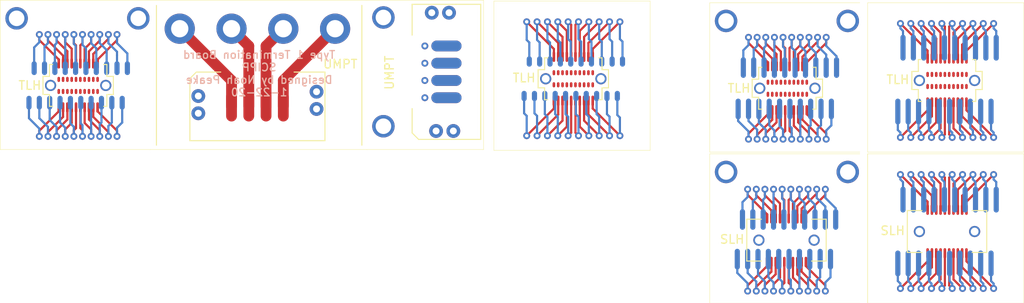
<source format=kicad_pcb>
(kicad_pcb (version 20171130) (host pcbnew "(5.1.4)-1")
  (title_block (title "Type-1 Termination Boards") (date 1/22/20) (rev "v2 ") (company SCIPP) (comment 1 "Designed by Noah Peake"))
  (layers (0 F.Cu signal) (31 B.Cu signal) (34 B.Paste user) (35 F.Paste user) (36 B.SilkS user) (37 F.SilkS user) (38 B.Mask user) (39 F.Mask user) (44 Edge.Cuts user))
  (net 0 "")
  (module SCIPP_Connectors:Pad_Array_3 (layer B.Cu) (at 72.6 23.4 270)
    (fp_text reference REF**)
    (fp_text value Pad_Array_3)
    (pad 4 smd oval (at 3 0 180) (size 3.5 1.25) (layers B.Cu B.Paste B.Mask))
    (pad 3 smd oval (at 1 0 180) (size 3.5 1.25) (layers B.Cu B.Paste B.Mask))
    (pad 2 smd oval (at -1 0 180) (size 3.5 1.25) (layers B.Cu B.Paste B.Mask))
    (pad 1 smd oval (at -3 0 180) (size 3.5 1.25) (layers B.Cu B.Paste B.Mask))
  )
  (module SCIPP_Connectors:PEEK_screw (layer F.Cu) (at 65.3 17.1 90)
    (fp_text reference REF**)
    (fp_text value PEEK_screw)
    (pad 1 thru_hole circle (at 0 0 90) (size 2.6 2.6) (drill 1.8) (layers *.Cu *.Mask))
  )
  (module SCIPP_Connectors:PEEK_screw (layer F.Cu) (at 65.3 29.7 90)
    (fp_text reference REF**)
    (fp_text value PEEK_screw)
    (pad 1 thru_hole circle (at 0 0 90) (size 2.6 2.6) (drill 1.8) (layers *.Cu *.Mask))
  )
  (module SCIPP_Connectors:Pad_Array_2 (layer B.Cu) (at 130.3 45.6)
    (fp_text reference REF**)
    (fp_text value Pad_Array_2)
    (pad 1 smd oval (at -5.4 0 270) (size 3 0.6) (layers B.Cu B.Paste B.Mask))
    (pad 2 smd oval (at -4.2 0 270) (size 3 0.6) (layers B.Cu B.Paste B.Mask))
    (pad 3 smd oval (at -3 0 270) (size 3 0.6) (layers B.Cu B.Paste B.Mask))
    (pad 4 smd oval (at -1.8 0 270) (size 3 0.6) (layers B.Cu B.Paste B.Mask))
    (pad 5 smd oval (at -0.6 0 270) (size 3 0.6) (layers B.Cu B.Paste B.Mask))
    (pad 6 smd oval (at 0.6 0 270) (size 3 0.6) (layers B.Cu B.Paste B.Mask))
    (pad 7 smd oval (at 1.8 0 270) (size 3 0.6) (layers B.Cu B.Paste B.Mask))
    (pad 8 smd oval (at 3 0 270) (size 3 0.6) (layers B.Cu B.Paste B.Mask))
    (pad 9 smd oval (at 4.2 0 270) (size 3 0.6) (layers B.Cu B.Paste B.Mask))
    (pad 10 smd oval (at 5.4 0 270) (size 3 0.6) (layers B.Cu B.Paste B.Mask))
  )
  (module SCIPP_Connectors:PEEK_screw (layer F.Cu) (at 119.1 35)
    (fp_text reference REF**)
    (fp_text value PEEK_screw)
    (pad 1 thru_hole circle (at 0 0) (size 2.6 2.6) (drill 1.8) (layers *.Cu *.Mask))
  )
  (module SCIPP_Connectors:Pad_Array_2 (layer B.Cu) (at 130.3 28)
    (fp_text reference REF**)
    (fp_text value Pad_Array_2)
    (pad 10 smd oval (at 5.4 0 270) (size 3 0.6) (layers B.Cu B.Paste B.Mask))
    (pad 9 smd oval (at 4.2 0 270) (size 3 0.6) (layers B.Cu B.Paste B.Mask))
    (pad 8 smd oval (at 3 0 270) (size 3 0.6) (layers B.Cu B.Paste B.Mask))
    (pad 7 smd oval (at 1.8 0 270) (size 3 0.6) (layers B.Cu B.Paste B.Mask))
    (pad 6 smd oval (at 0.6 0 270) (size 3 0.6) (layers B.Cu B.Paste B.Mask))
    (pad 5 smd oval (at -0.6 0 270) (size 3 0.6) (layers B.Cu B.Paste B.Mask))
    (pad 4 smd oval (at -1.8 0 270) (size 3 0.6) (layers B.Cu B.Paste B.Mask))
    (pad 3 smd oval (at -3 0 270) (size 3 0.6) (layers B.Cu B.Paste B.Mask))
    (pad 2 smd oval (at -4.2 0 270) (size 3 0.6) (layers B.Cu B.Paste B.Mask))
    (pad 1 smd oval (at -5.4 0 270) (size 3 0.6) (layers B.Cu B.Paste B.Mask))
  )
  (module SCIPP_Connectors:Pad_Array_2 (layer B.Cu) (at 130.9 38.2)
    (fp_text reference REF**)
    (fp_text value Pad_Array_2)
    (pad 1 smd oval (at -5.4 0 270) (size 3 0.6) (layers B.Cu B.Paste B.Mask))
    (pad 2 smd oval (at -4.2 0 270) (size 3 0.6) (layers B.Cu B.Paste B.Mask))
    (pad 3 smd oval (at -3 0 270) (size 3 0.6) (layers B.Cu B.Paste B.Mask))
    (pad 4 smd oval (at -1.8 0 270) (size 3 0.6) (layers B.Cu B.Paste B.Mask))
    (pad 5 smd oval (at -0.6 0 270) (size 3 0.6) (layers B.Cu B.Paste B.Mask))
    (pad 6 smd oval (at 0.6 0 270) (size 3 0.6) (layers B.Cu B.Paste B.Mask))
    (pad 7 smd oval (at 1.8 0 270) (size 3 0.6) (layers B.Cu B.Paste B.Mask))
    (pad 8 smd oval (at 3 0 270) (size 3 0.6) (layers B.Cu B.Paste B.Mask))
    (pad 9 smd oval (at 4.2 0 270) (size 3 0.6) (layers B.Cu B.Paste B.Mask))
    (pad 10 smd oval (at 5.4 0 270) (size 3 0.6) (layers B.Cu B.Paste B.Mask))
  )
  (module SCIPP_Connectors:Pad_Array_2 (layer B.Cu) (at 112.3 40.5)
    (fp_text reference REF**)
    (fp_text value Pad_Array_2)
    (pad 10 smd oval (at 5.4 0 270) (size 2.4 0.6) (layers B.Cu B.Paste B.Mask))
    (pad 9 smd oval (at 4.2 0 270) (size 2.4 0.6) (layers B.Cu B.Paste B.Mask))
    (pad 8 smd oval (at 3 0 270) (size 2.4 0.6) (layers B.Cu B.Paste B.Mask))
    (pad 7 smd oval (at 1.8 0 270) (size 2.4 0.6) (layers B.Cu B.Paste B.Mask))
    (pad 6 smd oval (at 0.6 0 270) (size 2.4 0.6) (layers B.Cu B.Paste B.Mask))
    (pad 5 smd oval (at -0.6 0 270) (size 2.4 0.6) (layers B.Cu B.Paste B.Mask))
    (pad 4 smd oval (at -1.8 0 270) (size 2.4 0.6) (layers B.Cu B.Paste B.Mask))
    (pad 3 smd oval (at -3 0 270) (size 2.4 0.6) (layers B.Cu B.Paste B.Mask))
    (pad 2 smd oval (at -4.2 0 270) (size 2.4 0.6) (layers B.Cu B.Paste B.Mask))
    (pad 1 smd oval (at -5.4 0 270) (size 2.4 0.6) (layers B.Cu B.Paste B.Mask))
  )
  (module SCIPP_Connectors:14AWG_THT (layer F.Cu) (at 53.7 18.4)
    (fp_text reference REF**)
    (fp_text value 14AWG_THT)
    (pad 1 thru_hole circle (at 0 0) (size 3.5 3.5) (drill 2) (layers *.Cu *.Mask))
  )
  (module SCIPP_Connectors:UMPT (layer F.Cu) (at 72.6 23.4 270)
    (fp_text reference REF**)
    (fp_text value UMPT (at 0.1 6.6 90) (layer F.SilkS))
    (pad 4 smd oval (at -3 0 270) (size 1.25 3.5) (layers F.Cu F.Paste F.Mask))
    (pad 3 smd oval (at -1 0 270) (size 1.25 3.5) (layers F.Cu F.Paste F.Mask))
    (pad 2 smd oval (at 1 0 270) (size 1.25 3.5) (layers F.Cu F.Paste F.Mask))
    (pad 1 smd oval (at 3 0 270) (size 1.25 3.5) (layers F.Cu F.Paste F.Mask))
    (pad 6 thru_hole circle (at -6.85 1.7 270) (size 1.6 1.6) (drill 0.8) (layers *.Cu *.Mask))
    (pad 5 thru_hole circle (at -6.85 -0.3 270) (size 1.6 1.6) (drill 0.8) (layers *.Cu *.Mask))
    (pad 8 thru_hole circle (at 6.85 1.2 270) (size 1.6 1.6) (drill 0.8) (layers *.Cu *.Mask))
    (pad 7 thru_hole circle (at 6.85 -0.8 270) (size 1.6 1.6) (drill 0.8) (layers *.Cu *.Mask))
  )
  (module SCIPP_Connectors:14AWG_THT (layer F.Cu) (at 41.7 18.4)
    (fp_text reference REF**)
    (fp_text value 14AWG_THT)
    (pad 1 thru_hole circle (at 0 0) (size 3.5 3.5) (drill 2) (layers *.Cu *.Mask))
  )
  (module SCIPP_Connectors:PEEK_screw (layer F.Cu) (at 36.9 17.2)
    (fp_text reference REF**)
    (fp_text value PEEK_screw)
    (pad 1 thru_hole circle (at 0 0) (size 2.6 2.6) (drill 1.8) (layers *.Cu *.Mask))
  )
  (module SCIPP_Connectors:UMPT (layer F.Cu) (at 50.7 27.4 180)
    (fp_text reference REF**)
    (fp_text value UMPT (at -9.6 4.9) (layer F.SilkS))
    (pad 4 smd oval (at -3 0 180) (size 1.25 3.5) (layers F.Cu F.Paste F.Mask))
    (pad 3 smd oval (at -1 0 180) (size 1.25 3.5) (layers F.Cu F.Paste F.Mask))
    (pad 2 smd oval (at 1 0 180) (size 1.25 3.5) (layers F.Cu F.Paste F.Mask))
    (pad 1 smd oval (at 3 0 180) (size 1.25 3.5) (layers F.Cu F.Paste F.Mask))
    (pad 6 thru_hole circle (at -6.85 1.7 180) (size 1.6 1.6) (drill 0.8) (layers *.Cu *.Mask))
    (pad 5 thru_hole circle (at -6.85 -0.3 180) (size 1.6 1.6) (drill 0.8) (layers *.Cu *.Mask))
    (pad 8 thru_hole circle (at 6.85 1.2 180) (size 1.6 1.6) (drill 0.8) (layers *.Cu *.Mask))
    (pad 7 thru_hole circle (at 6.85 -0.8 180) (size 1.6 1.6) (drill 0.8) (layers *.Cu *.Mask))
  )
  (module SCIPP_Connectors:Pad_Array_2 (layer B.Cu) (at 87.6 22.2)
    (fp_text reference REF**)
    (fp_text value Pad_Array_2)
    (pad 1 smd oval (at -5.4 0 270) (size 1.2 0.6) (layers B.Cu B.Paste B.Mask))
    (pad 2 smd oval (at -4.2 0 270) (size 1.2 0.6) (layers B.Cu B.Paste B.Mask))
    (pad 3 smd oval (at -3 0 270) (size 1.2 0.6) (layers B.Cu B.Paste B.Mask))
    (pad 4 smd oval (at -1.8 0 270) (size 1.2 0.6) (layers B.Cu B.Paste B.Mask))
    (pad 5 smd oval (at -0.6 0 270) (size 1.2 0.6) (layers B.Cu B.Paste B.Mask))
    (pad 6 smd oval (at 0.6 0 270) (size 1.2 0.6) (layers B.Cu B.Paste B.Mask))
    (pad 7 smd oval (at 1.8 0 270) (size 1.2 0.6) (layers B.Cu B.Paste B.Mask))
    (pad 8 smd oval (at 3 0 270) (size 1.2 0.6) (layers B.Cu B.Paste B.Mask))
    (pad 9 smd oval (at 4.2 0 270) (size 1.2 0.6) (layers B.Cu B.Paste B.Mask))
    (pad 10 smd oval (at 5.4 0 270) (size 1.2 0.6) (layers B.Cu B.Paste B.Mask))
  )
  (module SCIPP_Connectors:Pad_Array_2 (layer B.Cu) (at 87 26.2)
    (fp_text reference REF**)
    (fp_text value Pad_Array_2)
    (pad 1 smd oval (at -5.4 0 270) (size 1.2 0.6) (layers B.Cu B.Paste B.Mask))
    (pad 2 smd oval (at -4.2 0 270) (size 1.2 0.6) (layers B.Cu B.Paste B.Mask))
    (pad 3 smd oval (at -3 0 270) (size 1.2 0.6) (layers B.Cu B.Paste B.Mask))
    (pad 4 smd oval (at -1.8 0 270) (size 1.2 0.6) (layers B.Cu B.Paste B.Mask))
    (pad 5 smd oval (at -0.6 0 270) (size 1.2 0.6) (layers B.Cu B.Paste B.Mask))
    (pad 6 smd oval (at 0.6 0 270) (size 1.2 0.6) (layers B.Cu B.Paste B.Mask))
    (pad 7 smd oval (at 1.8 0 270) (size 1.2 0.6) (layers B.Cu B.Paste B.Mask))
    (pad 8 smd oval (at 3 0 270) (size 1.2 0.6) (layers B.Cu B.Paste B.Mask))
    (pad 9 smd oval (at 4.2 0 270) (size 1.2 0.6) (layers B.Cu B.Paste B.Mask))
    (pad 10 smd oval (at 5.4 0 270) (size 1.2 0.6) (layers B.Cu B.Paste B.Mask))
  )
  (module "SCIPP_Connectors:SLH (mp)" (layer F.Cu) (at 130.6 41.9)
    (fp_text reference REF**)
    (fp_text value SLH (at -6.3 -0.1) (layer F.SilkS))
    (pad 18 smd oval (at 1.25 2.525) (size 0.3 1.2) (layers F.Cu F.Paste F.Mask))
    (pad 17 smd oval (at 0.75 2.525) (size 0.3 1.2) (layers F.Cu F.Paste F.Mask))
    (pad 3 smd oval (at -1.25 -2.525) (size 0.3 1.2) (layers F.Cu F.Paste F.Mask))
    (pad 22 thru_hole circle (at 3.2 0) (size 1.3 1.3) (drill 0.9) (layers *.Cu *.Mask))
    (pad 6 smd oval (at 0.25 -2.525) (size 0.3 1.2) (layers F.Cu F.Paste F.Mask))
    (pad 8 smd oval (at 1.25 -2.525) (size 0.3 1.2) (layers F.Cu F.Paste F.Mask))
    (pad 21 thru_hole circle (at -3.2 0) (size 1.3 1.3) (drill 0.9) (layers *.Cu *.Mask))
    (pad 11 smd oval (at -2.25 2.525) (size 0.3 1.2) (layers F.Cu F.Paste F.Mask))
    (pad 9 smd oval (at 1.75 -2.525) (size 0.3 1.2) (layers F.Cu F.Paste F.Mask))
    (pad 12 smd oval (at -1.75 2.525) (size 0.3 1.2) (layers F.Cu F.Paste F.Mask))
    (pad 5 smd oval (at -0.25 -2.525) (size 0.3 1.2) (layers F.Cu F.Paste F.Mask))
    (pad 19 smd oval (at 1.75 2.525) (size 0.3 1.2) (layers F.Cu F.Paste F.Mask))
    (pad 20 smd oval (at 2.25 2.525) (size 0.3 1.2) (layers F.Cu F.Paste F.Mask))
    (pad 1 smd oval (at -2.25 -2.525) (size 0.3 1.2) (layers F.Cu F.Paste F.Mask))
    (pad 16 smd oval (at 0.25 2.525) (size 0.3 1.2) (layers F.Cu F.Paste F.Mask))
    (pad 15 smd oval (at -0.25 2.525) (size 0.3 1.2) (layers F.Cu F.Paste F.Mask))
    (pad 13 smd oval (at -1.25 2.525) (size 0.3 1.2) (layers F.Cu F.Paste F.Mask))
    (pad 10 smd oval (at 2.25 -2.525) (size 0.3 1.2) (layers F.Cu F.Paste F.Mask))
    (pad 14 smd oval (at -0.75 2.525) (size 0.3 1.2) (layers F.Cu F.Paste F.Mask))
    (pad 4 smd oval (at -0.75 -2.525) (size 0.3 1.2) (layers F.Cu F.Paste F.Mask))
    (pad 7 smd oval (at 0.75 -2.525) (size 0.3 1.2) (layers F.Cu F.Paste F.Mask))
    (pad 2 smd oval (at -1.75 -2.525) (size 0.3 1.2) (layers F.Cu F.Paste F.Mask))
  )
  (module "SCIPP_Connectors:TLH (mp)" (layer F.Cu) (at 87.3 24.2)
    (fp_text reference REF**)
    (fp_text value TLH (at -5.7 -0.1) (layer F.SilkS))
    (pad 9 smd oval (at -1.75 -0.7) (size 0.3 0.6) (layers F.Cu F.Paste F.Mask))
    (pad 3 smd oval (at 1.25 -0.7) (size 0.3 0.6) (layers F.Cu F.Paste F.Mask))
    (pad 4 smd oval (at 0.75 -0.7) (size 0.3 0.6) (layers F.Cu F.Paste F.Mask))
    (pad 6 smd oval (at -0.25 -0.7) (size 0.3 0.6) (layers F.Cu F.Paste F.Mask))
    (pad 10 smd oval (at -2.25 -0.7) (size 0.3 0.6) (layers F.Cu F.Paste F.Mask))
    (pad 5 smd oval (at 0.25 -0.7) (size 0.3 0.6) (layers F.Cu F.Paste F.Mask))
    (pad 7 smd oval (at -0.75 -0.7) (size 0.3 0.6) (layers F.Cu F.Paste F.Mask))
    (pad 1 smd oval (at 2.25 -2.55) (size 0.3 1.2) (layers F.Cu F.Paste F.Mask))
    (pad 8 smd oval (at -1.25 -0.7) (size 0.3 0.6) (layers F.Cu F.Paste F.Mask))
    (pad 20 smd oval (at -2.25 2.55) (size 0.3 1.2) (layers F.Cu F.Paste F.Mask))
    (pad 16 smd oval (at -0.25 0.7) (size 0.3 0.6) (layers F.Cu F.Paste F.Mask))
    (pad 14 smd oval (at 0.75 2.55) (size 0.3 1.2) (layers F.Cu F.Paste F.Mask))
    (pad 13 smd oval (at 1.25 2.55) (size 0.3 1.2) (layers F.Cu F.Paste F.Mask))
    (pad 12 smd oval (at 1.75 2.55) (size 0.3 1.2) (layers F.Cu F.Paste F.Mask))
    (pad 11 smd oval (at 2.25 2.55) (size 0.3 1.2) (layers F.Cu F.Paste F.Mask))
    (pad 9 smd oval (at -1.75 -2.55) (size 0.3 1.2) (layers F.Cu F.Paste F.Mask))
    (pad 21 thru_hole circle (at -3.2 0) (size 1.3 1.3) (drill 0.9) (layers *.Cu *.Mask))
    (pad 2 smd oval (at 1.75 -0.7) (size 0.3 0.6) (layers F.Cu F.Paste F.Mask))
    (pad 8 smd oval (at -1.25 -2.55) (size 0.3 1.2) (layers F.Cu F.Paste F.Mask))
    (pad 18 smd oval (at -1.25 2.55) (size 0.3 1.2) (layers F.Cu F.Paste F.Mask))
    (pad 22 thru_hole circle (at 3.2 0) (size 1.3 1.3) (drill 0.9) (layers *.Cu *.Mask))
    (pad 10 smd oval (at -2.25 -2.55) (size 0.3 1.2) (layers F.Cu F.Paste F.Mask))
    (pad 15 smd oval (at 0.25 2.55) (size 0.3 1.2) (layers F.Cu F.Paste F.Mask))
    (pad 6 smd oval (at -0.25 -2.55) (size 0.3 1.2) (layers F.Cu F.Paste F.Mask))
    (pad 1 smd oval (at 2.25 -0.7) (size 0.3 0.6) (layers F.Cu F.Paste F.Mask))
    (pad 5 smd oval (at 0.25 -2.55) (size 0.3 1.2) (layers F.Cu F.Paste F.Mask))
    (pad 15 smd oval (at 0.25 0.7) (size 0.3 0.6) (layers F.Cu F.Paste F.Mask))
    (pad 7 smd oval (at -0.75 -2.55) (size 0.3 1.2) (layers F.Cu F.Paste F.Mask))
    (pad 4 smd oval (at 0.75 -2.55) (size 0.3 1.2) (layers F.Cu F.Paste F.Mask))
    (pad 20 smd oval (at -2.25 0.7) (size 0.3 0.6) (layers F.Cu F.Paste F.Mask))
    (pad 12 smd oval (at 1.75 0.7) (size 0.3 0.6) (layers F.Cu F.Paste F.Mask))
    (pad 19 smd oval (at -1.75 0.7) (size 0.3 0.6) (layers F.Cu F.Paste F.Mask))
    (pad 16 smd oval (at -0.25 2.55) (size 0.3 1.2) (layers F.Cu F.Paste F.Mask))
    (pad 2 smd oval (at 1.75 -2.55) (size 0.3 1.2) (layers F.Cu F.Paste F.Mask))
    (pad 3 smd oval (at 1.25 -2.55) (size 0.3 1.2) (layers F.Cu F.Paste F.Mask))
    (pad 11 smd oval (at 2.25 0.7) (size 0.3 0.6) (layers F.Cu F.Paste F.Mask))
    (pad 19 smd oval (at -1.75 2.55) (size 0.3 1.2) (layers F.Cu F.Paste F.Mask))
    (pad 17 smd oval (at -0.75 2.55) (size 0.3 1.2) (layers F.Cu F.Paste F.Mask))
    (pad 18 smd oval (at -1.25 0.7) (size 0.3 0.6) (layers F.Cu F.Paste F.Mask))
    (pad 13 smd oval (at 1.25 0.7) (size 0.3 0.6) (layers F.Cu F.Paste F.Mask))
    (pad 14 smd oval (at 0.75 0.7) (size 0.3 0.6) (layers F.Cu F.Paste F.Mask))
    (pad 17 smd oval (at -0.75 0.7) (size 0.3 0.6) (layers F.Cu F.Paste F.Mask))
  )
  (module SCIPP_Connectors:14AWG_THT (layer F.Cu) (at 59.7 18.4)
    (fp_text reference REF**)
    (fp_text value 14AWG_THT)
    (pad 1 thru_hole circle (at 0 0) (size 3.5 3.5) (drill 2) (layers *.Cu *.Mask))
  )
  (module "SCIPP_Connectors:TLH (mp)" (layer F.Cu) (at 130.6 24.4)
    (fp_text reference REF**)
    (fp_text value TLH (at -5.7 -0.1) (layer F.SilkS))
    (pad 9 smd oval (at -1.75 -0.7) (size 0.3 0.6) (layers F.Cu F.Paste F.Mask))
    (pad 3 smd oval (at 1.25 -0.7) (size 0.3 0.6) (layers F.Cu F.Paste F.Mask))
    (pad 4 smd oval (at 0.75 -0.7) (size 0.3 0.6) (layers F.Cu F.Paste F.Mask))
    (pad 6 smd oval (at -0.25 -0.7) (size 0.3 0.6) (layers F.Cu F.Paste F.Mask))
    (pad 10 smd oval (at -2.25 -0.7) (size 0.3 0.6) (layers F.Cu F.Paste F.Mask))
    (pad 5 smd oval (at 0.25 -0.7) (size 0.3 0.6) (layers F.Cu F.Paste F.Mask))
    (pad 7 smd oval (at -0.75 -0.7) (size 0.3 0.6) (layers F.Cu F.Paste F.Mask))
    (pad 1 smd oval (at 2.25 -2.55) (size 0.3 1.2) (layers F.Cu F.Paste F.Mask))
    (pad 8 smd oval (at -1.25 -0.7) (size 0.3 0.6) (layers F.Cu F.Paste F.Mask))
    (pad 20 smd oval (at -2.25 2.55) (size 0.3 1.2) (layers F.Cu F.Paste F.Mask))
    (pad 16 smd oval (at -0.25 0.7) (size 0.3 0.6) (layers F.Cu F.Paste F.Mask))
    (pad 14 smd oval (at 0.75 2.55) (size 0.3 1.2) (layers F.Cu F.Paste F.Mask))
    (pad 13 smd oval (at 1.25 2.55) (size 0.3 1.2) (layers F.Cu F.Paste F.Mask))
    (pad 12 smd oval (at 1.75 2.55) (size 0.3 1.2) (layers F.Cu F.Paste F.Mask))
    (pad 11 smd oval (at 2.25 2.55) (size 0.3 1.2) (layers F.Cu F.Paste F.Mask))
    (pad 9 smd oval (at -1.75 -2.55) (size 0.3 1.2) (layers F.Cu F.Paste F.Mask))
    (pad 21 thru_hole circle (at -3.2 0) (size 1.3 1.3) (drill 0.9) (layers *.Cu *.Mask))
    (pad 2 smd oval (at 1.75 -0.7) (size 0.3 0.6) (layers F.Cu F.Paste F.Mask))
    (pad 8 smd oval (at -1.25 -2.55) (size 0.3 1.2) (layers F.Cu F.Paste F.Mask))
    (pad 18 smd oval (at -1.25 2.55) (size 0.3 1.2) (layers F.Cu F.Paste F.Mask))
    (pad 22 thru_hole circle (at 3.2 0) (size 1.3 1.3) (drill 0.9) (layers *.Cu *.Mask))
    (pad 10 smd oval (at -2.25 -2.55) (size 0.3 1.2) (layers F.Cu F.Paste F.Mask))
    (pad 15 smd oval (at 0.25 2.55) (size 0.3 1.2) (layers F.Cu F.Paste F.Mask))
    (pad 6 smd oval (at -0.25 -2.55) (size 0.3 1.2) (layers F.Cu F.Paste F.Mask))
    (pad 1 smd oval (at 2.25 -0.7) (size 0.3 0.6) (layers F.Cu F.Paste F.Mask))
    (pad 5 smd oval (at 0.25 -2.55) (size 0.3 1.2) (layers F.Cu F.Paste F.Mask))
    (pad 15 smd oval (at 0.25 0.7) (size 0.3 0.6) (layers F.Cu F.Paste F.Mask))
    (pad 7 smd oval (at -0.75 -2.55) (size 0.3 1.2) (layers F.Cu F.Paste F.Mask))
    (pad 4 smd oval (at 0.75 -2.55) (size 0.3 1.2) (layers F.Cu F.Paste F.Mask))
    (pad 20 smd oval (at -2.25 0.7) (size 0.3 0.6) (layers F.Cu F.Paste F.Mask))
    (pad 12 smd oval (at 1.75 0.7) (size 0.3 0.6) (layers F.Cu F.Paste F.Mask))
    (pad 19 smd oval (at -1.75 0.7) (size 0.3 0.6) (layers F.Cu F.Paste F.Mask))
    (pad 16 smd oval (at -0.25 2.55) (size 0.3 1.2) (layers F.Cu F.Paste F.Mask))
    (pad 2 smd oval (at 1.75 -2.55) (size 0.3 1.2) (layers F.Cu F.Paste F.Mask))
    (pad 3 smd oval (at 1.25 -2.55) (size 0.3 1.2) (layers F.Cu F.Paste F.Mask))
    (pad 11 smd oval (at 2.25 0.7) (size 0.3 0.6) (layers F.Cu F.Paste F.Mask))
    (pad 19 smd oval (at -1.75 2.55) (size 0.3 1.2) (layers F.Cu F.Paste F.Mask))
    (pad 17 smd oval (at -0.75 2.55) (size 0.3 1.2) (layers F.Cu F.Paste F.Mask))
    (pad 18 smd oval (at -1.25 0.7) (size 0.3 0.6) (layers F.Cu F.Paste F.Mask))
    (pad 13 smd oval (at 1.25 0.7) (size 0.3 0.6) (layers F.Cu F.Paste F.Mask))
    (pad 14 smd oval (at 0.75 0.7) (size 0.3 0.6) (layers F.Cu F.Paste F.Mask))
    (pad 17 smd oval (at -0.75 0.7) (size 0.3 0.6) (layers F.Cu F.Paste F.Mask))
  )
  (module SCIPP_Connectors:14AWG_THT (layer F.Cu) (at 47.7 18.4)
    (fp_text reference REF**)
    (fp_text value 14AWG_THT)
    (pad 1 thru_hole circle (at 0 0) (size 3.5 3.5) (drill 2) (layers *.Cu *.Mask))
  )
  (module SCIPP_Connectors:Pad_Array_2 (layer B.Cu) (at 111.7 45.1)
    (fp_text reference REF**)
    (fp_text value Pad_Array_2)
    (pad 10 smd oval (at 5.4 0 270) (size 2.4 0.6) (layers B.Cu B.Paste B.Mask))
    (pad 9 smd oval (at 4.2 0 270) (size 2.4 0.6) (layers B.Cu B.Paste B.Mask))
    (pad 8 smd oval (at 3 0 270) (size 2.4 0.6) (layers B.Cu B.Paste B.Mask))
    (pad 7 smd oval (at 1.8 0 270) (size 2.4 0.6) (layers B.Cu B.Paste B.Mask))
    (pad 6 smd oval (at 0.6 0 270) (size 2.4 0.6) (layers B.Cu B.Paste B.Mask))
    (pad 5 smd oval (at -0.6 0 270) (size 2.4 0.6) (layers B.Cu B.Paste B.Mask))
    (pad 4 smd oval (at -1.8 0 270) (size 2.4 0.6) (layers B.Cu B.Paste B.Mask))
    (pad 3 smd oval (at -3 0 270) (size 2.4 0.6) (layers B.Cu B.Paste B.Mask))
    (pad 2 smd oval (at -4.2 0 270) (size 2.4 0.6) (layers B.Cu B.Paste B.Mask))
    (pad 1 smd oval (at -5.4 0 270) (size 2.4 0.6) (layers B.Cu B.Paste B.Mask))
  )
  (module SCIPP_Connectors:Pad_Array_2 (layer B.Cu) (at 112.4 22.9)
    (fp_text reference REF**)
    (fp_text value Pad_Array_2)
    (pad 1 smd oval (at -5.4 0 270) (size 2.4 0.6) (layers B.Cu B.Paste B.Mask))
    (pad 2 smd oval (at -4.2 0 270) (size 2.4 0.6) (layers B.Cu B.Paste B.Mask))
    (pad 3 smd oval (at -3 0 270) (size 2.4 0.6) (layers B.Cu B.Paste B.Mask))
    (pad 4 smd oval (at -1.8 0 270) (size 2.4 0.6) (layers B.Cu B.Paste B.Mask))
    (pad 5 smd oval (at -0.6 0 270) (size 2.4 0.6) (layers B.Cu B.Paste B.Mask))
    (pad 6 smd oval (at 0.6 0 270) (size 2.4 0.6) (layers B.Cu B.Paste B.Mask))
    (pad 7 smd oval (at 1.8 0 270) (size 2.4 0.6) (layers B.Cu B.Paste B.Mask))
    (pad 8 smd oval (at 3 0 270) (size 2.4 0.6) (layers B.Cu B.Paste B.Mask))
    (pad 9 smd oval (at 4.2 0 270) (size 2.4 0.6) (layers B.Cu B.Paste B.Mask))
    (pad 10 smd oval (at 5.4 0 270) (size 2.4 0.6) (layers B.Cu B.Paste B.Mask))
  )
  (module "SCIPP_Connectors:TLH (mp)" (layer F.Cu) (at 112.1 25.3)
    (fp_text reference REF**)
    (fp_text value TLH (at -5.6 0) (layer F.SilkS))
    (pad 9 smd oval (at -1.75 -0.7) (size 0.3 0.6) (layers F.Cu F.Paste F.Mask))
    (pad 3 smd oval (at 1.25 -0.7) (size 0.3 0.6) (layers F.Cu F.Paste F.Mask))
    (pad 4 smd oval (at 0.75 -0.7) (size 0.3 0.6) (layers F.Cu F.Paste F.Mask))
    (pad 6 smd oval (at -0.25 -0.7) (size 0.3 0.6) (layers F.Cu F.Paste F.Mask))
    (pad 10 smd oval (at -2.25 -0.7) (size 0.3 0.6) (layers F.Cu F.Paste F.Mask))
    (pad 5 smd oval (at 0.25 -0.7) (size 0.3 0.6) (layers F.Cu F.Paste F.Mask))
    (pad 7 smd oval (at -0.75 -0.7) (size 0.3 0.6) (layers F.Cu F.Paste F.Mask))
    (pad 1 smd oval (at 2.25 -2.55) (size 0.3 1.2) (layers F.Cu F.Paste F.Mask))
    (pad 8 smd oval (at -1.25 -0.7) (size 0.3 0.6) (layers F.Cu F.Paste F.Mask))
    (pad 20 smd oval (at -2.25 2.55) (size 0.3 1.2) (layers F.Cu F.Paste F.Mask))
    (pad 16 smd oval (at -0.25 0.7) (size 0.3 0.6) (layers F.Cu F.Paste F.Mask))
    (pad 14 smd oval (at 0.75 2.55) (size 0.3 1.2) (layers F.Cu F.Paste F.Mask))
    (pad 13 smd oval (at 1.25 2.55) (size 0.3 1.2) (layers F.Cu F.Paste F.Mask))
    (pad 12 smd oval (at 1.75 2.55) (size 0.3 1.2) (layers F.Cu F.Paste F.Mask))
    (pad 11 smd oval (at 2.25 2.55) (size 0.3 1.2) (layers F.Cu F.Paste F.Mask))
    (pad 9 smd oval (at -1.75 -2.55) (size 0.3 1.2) (layers F.Cu F.Paste F.Mask))
    (pad 21 thru_hole circle (at -3.2 0) (size 1.3 1.3) (drill 0.9) (layers *.Cu *.Mask))
    (pad 2 smd oval (at 1.75 -0.7) (size 0.3 0.6) (layers F.Cu F.Paste F.Mask))
    (pad 8 smd oval (at -1.25 -2.55) (size 0.3 1.2) (layers F.Cu F.Paste F.Mask))
    (pad 18 smd oval (at -1.25 2.55) (size 0.3 1.2) (layers F.Cu F.Paste F.Mask))
    (pad 22 thru_hole circle (at 3.2 0) (size 1.3 1.3) (drill 0.9) (layers *.Cu *.Mask))
    (pad 10 smd oval (at -2.25 -2.55) (size 0.3 1.2) (layers F.Cu F.Paste F.Mask))
    (pad 15 smd oval (at 0.25 2.55) (size 0.3 1.2) (layers F.Cu F.Paste F.Mask))
    (pad 6 smd oval (at -0.25 -2.55) (size 0.3 1.2) (layers F.Cu F.Paste F.Mask))
    (pad 1 smd oval (at 2.25 -0.7) (size 0.3 0.6) (layers F.Cu F.Paste F.Mask))
    (pad 5 smd oval (at 0.25 -2.55) (size 0.3 1.2) (layers F.Cu F.Paste F.Mask))
    (pad 15 smd oval (at 0.25 0.7) (size 0.3 0.6) (layers F.Cu F.Paste F.Mask))
    (pad 7 smd oval (at -0.75 -2.55) (size 0.3 1.2) (layers F.Cu F.Paste F.Mask))
    (pad 4 smd oval (at 0.75 -2.55) (size 0.3 1.2) (layers F.Cu F.Paste F.Mask))
    (pad 20 smd oval (at -2.25 0.7) (size 0.3 0.6) (layers F.Cu F.Paste F.Mask))
    (pad 12 smd oval (at 1.75 0.7) (size 0.3 0.6) (layers F.Cu F.Paste F.Mask))
    (pad 19 smd oval (at -1.75 0.7) (size 0.3 0.6) (layers F.Cu F.Paste F.Mask))
    (pad 16 smd oval (at -0.25 2.55) (size 0.3 1.2) (layers F.Cu F.Paste F.Mask))
    (pad 2 smd oval (at 1.75 -2.55) (size 0.3 1.2) (layers F.Cu F.Paste F.Mask))
    (pad 3 smd oval (at 1.25 -2.55) (size 0.3 1.2) (layers F.Cu F.Paste F.Mask))
    (pad 11 smd oval (at 2.25 0.7) (size 0.3 0.6) (layers F.Cu F.Paste F.Mask))
    (pad 19 smd oval (at -1.75 2.55) (size 0.3 1.2) (layers F.Cu F.Paste F.Mask))
    (pad 17 smd oval (at -0.75 2.55) (size 0.3 1.2) (layers F.Cu F.Paste F.Mask))
    (pad 18 smd oval (at -1.25 0.7) (size 0.3 0.6) (layers F.Cu F.Paste F.Mask))
    (pad 13 smd oval (at 1.25 0.7) (size 0.3 0.6) (layers F.Cu F.Paste F.Mask))
    (pad 14 smd oval (at 0.75 0.7) (size 0.3 0.6) (layers F.Cu F.Paste F.Mask))
    (pad 17 smd oval (at -0.75 0.7) (size 0.3 0.6) (layers F.Cu F.Paste F.Mask))
  )
  (module SCIPP_Connectors:PEEK_screw (layer F.Cu) (at 22.8 17.2)
    (fp_text reference REF**)
    (fp_text value PEEK_screw)
    (pad 1 thru_hole circle (at 0 0) (size 2.6 2.6) (drill 1.8) (layers *.Cu *.Mask))
  )
  (module "SCIPP_Connectors:SLH (mp)" (layer F.Cu) (at 112 42.9)
    (fp_text reference REF**)
    (fp_text value SLH (at -6.3 -0.1) (layer F.SilkS))
    (pad 2 smd oval (at -1.75 -2.525) (size 0.3 1.2) (layers F.Cu F.Paste F.Mask))
    (pad 7 smd oval (at 0.75 -2.525) (size 0.3 1.2) (layers F.Cu F.Paste F.Mask))
    (pad 4 smd oval (at -0.75 -2.525) (size 0.3 1.2) (layers F.Cu F.Paste F.Mask))
    (pad 14 smd oval (at -0.75 2.525) (size 0.3 1.2) (layers F.Cu F.Paste F.Mask))
    (pad 10 smd oval (at 2.25 -2.525) (size 0.3 1.2) (layers F.Cu F.Paste F.Mask))
    (pad 13 smd oval (at -1.25 2.525) (size 0.3 1.2) (layers F.Cu F.Paste F.Mask))
    (pad 15 smd oval (at -0.25 2.525) (size 0.3 1.2) (layers F.Cu F.Paste F.Mask))
    (pad 16 smd oval (at 0.25 2.525) (size 0.3 1.2) (layers F.Cu F.Paste F.Mask))
    (pad 1 smd oval (at -2.25 -2.525) (size 0.3 1.2) (layers F.Cu F.Paste F.Mask))
    (pad 20 smd oval (at 2.25 2.525) (size 0.3 1.2) (layers F.Cu F.Paste F.Mask))
    (pad 19 smd oval (at 1.75 2.525) (size 0.3 1.2) (layers F.Cu F.Paste F.Mask))
    (pad 5 smd oval (at -0.25 -2.525) (size 0.3 1.2) (layers F.Cu F.Paste F.Mask))
    (pad 12 smd oval (at -1.75 2.525) (size 0.3 1.2) (layers F.Cu F.Paste F.Mask))
    (pad 9 smd oval (at 1.75 -2.525) (size 0.3 1.2) (layers F.Cu F.Paste F.Mask))
    (pad 11 smd oval (at -2.25 2.525) (size 0.3 1.2) (layers F.Cu F.Paste F.Mask))
    (pad 21 thru_hole circle (at -3.2 0) (size 1.3 1.3) (drill 0.9) (layers *.Cu *.Mask))
    (pad 8 smd oval (at 1.25 -2.525) (size 0.3 1.2) (layers F.Cu F.Paste F.Mask))
    (pad 6 smd oval (at 0.25 -2.525) (size 0.3 1.2) (layers F.Cu F.Paste F.Mask))
    (pad 22 thru_hole circle (at 3.2 0) (size 1.3 1.3) (drill 0.9) (layers *.Cu *.Mask))
    (pad 3 smd oval (at -1.25 -2.525) (size 0.3 1.2) (layers F.Cu F.Paste F.Mask))
    (pad 17 smd oval (at 0.75 2.525) (size 0.3 1.2) (layers F.Cu F.Paste F.Mask))
    (pad 18 smd oval (at 1.25 2.525) (size 0.3 1.2) (layers F.Cu F.Paste F.Mask))
  )
  (module SCIPP_Connectors:PEEK_screw (layer F.Cu) (at 119.1 17.5)
    (fp_text reference REF**)
    (fp_text value PEEK_screw)
    (pad 1 thru_hole circle (at 0 0) (size 2.6 2.6) (drill 1.8) (layers *.Cu *.Mask))
  )
  (module SCIPP_Connectors:Pad_Array_2 (layer B.Cu) (at 29.632401 26.973166)
    (fp_text reference REF**)
    (fp_text value Pad_Array_2)
    (pad 10 smd oval (at 5.4 0 270) (size 1.6 0.6) (layers B.Cu B.Paste B.Mask))
    (pad 9 smd oval (at 4.2 0 270) (size 1.6 0.6) (layers B.Cu B.Paste B.Mask))
    (pad 8 smd oval (at 3 0 270) (size 1.6 0.6) (layers B.Cu B.Paste B.Mask))
    (pad 7 smd oval (at 1.8 0 270) (size 1.6 0.6) (layers B.Cu B.Paste B.Mask))
    (pad 6 smd oval (at 0.6 0 270) (size 1.6 0.6) (layers B.Cu B.Paste B.Mask))
    (pad 5 smd oval (at -0.6 0 270) (size 1.6 0.6) (layers B.Cu B.Paste B.Mask))
    (pad 4 smd oval (at -1.8 0 270) (size 1.6 0.6) (layers B.Cu B.Paste B.Mask))
    (pad 3 smd oval (at -3 0 270) (size 1.6 0.6) (layers B.Cu B.Paste B.Mask))
    (pad 2 smd oval (at -4.2 0 270) (size 1.6 0.6) (layers B.Cu B.Paste B.Mask))
    (pad 1 smd oval (at -5.4 0 270) (size 1.6 0.6) (layers B.Cu B.Paste B.Mask))
  )
  (module SCIPP_Connectors:PEEK_screw (layer F.Cu) (at 105 17.5)
    (fp_text reference REF**)
    (fp_text value PEEK_screw)
    (pad 1 thru_hole circle (at 0 0) (size 2.6 2.6) (drill 1.8) (layers *.Cu *.Mask))
  )
  (module SCIPP_Connectors:Pad_Array_2 (layer B.Cu) (at 130.9 20.6)
    (fp_text reference REF**)
    (fp_text value Pad_Array_2)
    (pad 10 smd oval (at 5.4 0 270) (size 3 0.6) (layers B.Cu B.Paste B.Mask))
    (pad 9 smd oval (at 4.2 0 270) (size 3 0.6) (layers B.Cu B.Paste B.Mask))
    (pad 8 smd oval (at 3 0 270) (size 3 0.6) (layers B.Cu B.Paste B.Mask))
    (pad 7 smd oval (at 1.8 0 270) (size 3 0.6) (layers B.Cu B.Paste B.Mask))
    (pad 6 smd oval (at 0.6 0 270) (size 3 0.6) (layers B.Cu B.Paste B.Mask))
    (pad 5 smd oval (at -0.6 0 270) (size 3 0.6) (layers B.Cu B.Paste B.Mask))
    (pad 4 smd oval (at -1.8 0 270) (size 3 0.6) (layers B.Cu B.Paste B.Mask))
    (pad 3 smd oval (at -3 0 270) (size 3 0.6) (layers B.Cu B.Paste B.Mask))
    (pad 2 smd oval (at -4.2 0 270) (size 3 0.6) (layers B.Cu B.Paste B.Mask))
    (pad 1 smd oval (at -5.4 0 270) (size 3 0.6) (layers B.Cu B.Paste B.Mask))
  )
  (module SCIPP_Connectors:Pad_Array_2 (layer B.Cu) (at 111.8 27.7)
    (fp_text reference REF**)
    (fp_text value Pad_Array_2)
    (pad 1 smd oval (at -5.4 0 270) (size 2.4 0.6) (layers B.Cu B.Paste B.Mask))
    (pad 2 smd oval (at -4.2 0 270) (size 2.4 0.6) (layers B.Cu B.Paste B.Mask))
    (pad 3 smd oval (at -3 0 270) (size 2.4 0.6) (layers B.Cu B.Paste B.Mask))
    (pad 4 smd oval (at -1.8 0 270) (size 2.4 0.6) (layers B.Cu B.Paste B.Mask))
    (pad 5 smd oval (at -0.6 0 270) (size 2.4 0.6) (layers B.Cu B.Paste B.Mask))
    (pad 6 smd oval (at 0.6 0 270) (size 2.4 0.6) (layers B.Cu B.Paste B.Mask))
    (pad 7 smd oval (at 1.8 0 270) (size 2.4 0.6) (layers B.Cu B.Paste B.Mask))
    (pad 8 smd oval (at 3 0 270) (size 2.4 0.6) (layers B.Cu B.Paste B.Mask))
    (pad 9 smd oval (at 4.2 0 270) (size 2.4 0.6) (layers B.Cu B.Paste B.Mask))
    (pad 10 smd oval (at 5.4 0 270) (size 2.4 0.6) (layers B.Cu B.Paste B.Mask))
  )
  (module "SCIPP_Connectors:TLH (mp)" (layer F.Cu) (at 29.932401 24.973166)
    (fp_text reference REF**)
    (fp_text value TLH (at -5.6 0) (layer F.SilkS))
    (pad 17 smd oval (at -0.75 0.7) (size 0.3 0.6) (layers F.Cu F.Paste F.Mask))
    (pad 14 smd oval (at 0.75 0.7) (size 0.3 0.6) (layers F.Cu F.Paste F.Mask))
    (pad 13 smd oval (at 1.25 0.7) (size 0.3 0.6) (layers F.Cu F.Paste F.Mask))
    (pad 18 smd oval (at -1.25 0.7) (size 0.3 0.6) (layers F.Cu F.Paste F.Mask))
    (pad 17 smd oval (at -0.75 2.55) (size 0.3 1.2) (layers F.Cu F.Paste F.Mask))
    (pad 19 smd oval (at -1.75 2.55) (size 0.3 1.2) (layers F.Cu F.Paste F.Mask))
    (pad 11 smd oval (at 2.25 0.7) (size 0.3 0.6) (layers F.Cu F.Paste F.Mask))
    (pad 3 smd oval (at 1.25 -2.55) (size 0.3 1.2) (layers F.Cu F.Paste F.Mask))
    (pad 2 smd oval (at 1.75 -2.55) (size 0.3 1.2) (layers F.Cu F.Paste F.Mask))
    (pad 16 smd oval (at -0.25 2.55) (size 0.3 1.2) (layers F.Cu F.Paste F.Mask))
    (pad 19 smd oval (at -1.75 0.7) (size 0.3 0.6) (layers F.Cu F.Paste F.Mask))
    (pad 12 smd oval (at 1.75 0.7) (size 0.3 0.6) (layers F.Cu F.Paste F.Mask))
    (pad 20 smd oval (at -2.25 0.7) (size 0.3 0.6) (layers F.Cu F.Paste F.Mask))
    (pad 4 smd oval (at 0.75 -2.55) (size 0.3 1.2) (layers F.Cu F.Paste F.Mask))
    (pad 7 smd oval (at -0.75 -2.55) (size 0.3 1.2) (layers F.Cu F.Paste F.Mask))
    (pad 15 smd oval (at 0.25 0.7) (size 0.3 0.6) (layers F.Cu F.Paste F.Mask))
    (pad 5 smd oval (at 0.25 -2.55) (size 0.3 1.2) (layers F.Cu F.Paste F.Mask))
    (pad 1 smd oval (at 2.25 -0.7) (size 0.3 0.6) (layers F.Cu F.Paste F.Mask))
    (pad 6 smd oval (at -0.25 -2.55) (size 0.3 1.2) (layers F.Cu F.Paste F.Mask))
    (pad 15 smd oval (at 0.25 2.55) (size 0.3 1.2) (layers F.Cu F.Paste F.Mask))
    (pad 10 smd oval (at -2.25 -2.55) (size 0.3 1.2) (layers F.Cu F.Paste F.Mask))
    (pad 22 thru_hole circle (at 3.2 0) (size 1.3 1.3) (drill 0.9) (layers *.Cu *.Mask))
    (pad 18 smd oval (at -1.25 2.55) (size 0.3 1.2) (layers F.Cu F.Paste F.Mask))
    (pad 8 smd oval (at -1.25 -2.55) (size 0.3 1.2) (layers F.Cu F.Paste F.Mask))
    (pad 2 smd oval (at 1.75 -0.7) (size 0.3 0.6) (layers F.Cu F.Paste F.Mask))
    (pad 21 thru_hole circle (at -3.2 0) (size 1.3 1.3) (drill 0.9) (layers *.Cu *.Mask))
    (pad 9 smd oval (at -1.75 -2.55) (size 0.3 1.2) (layers F.Cu F.Paste F.Mask))
    (pad 11 smd oval (at 2.25 2.55) (size 0.3 1.2) (layers F.Cu F.Paste F.Mask))
    (pad 12 smd oval (at 1.75 2.55) (size 0.3 1.2) (layers F.Cu F.Paste F.Mask))
    (pad 13 smd oval (at 1.25 2.55) (size 0.3 1.2) (layers F.Cu F.Paste F.Mask))
    (pad 14 smd oval (at 0.75 2.55) (size 0.3 1.2) (layers F.Cu F.Paste F.Mask))
    (pad 16 smd oval (at -0.25 0.7) (size 0.3 0.6) (layers F.Cu F.Paste F.Mask))
    (pad 20 smd oval (at -2.25 2.55) (size 0.3 1.2) (layers F.Cu F.Paste F.Mask))
    (pad 8 smd oval (at -1.25 -0.7) (size 0.3 0.6) (layers F.Cu F.Paste F.Mask))
    (pad 1 smd oval (at 2.25 -2.55) (size 0.3 1.2) (layers F.Cu F.Paste F.Mask))
    (pad 7 smd oval (at -0.75 -0.7) (size 0.3 0.6) (layers F.Cu F.Paste F.Mask))
    (pad 5 smd oval (at 0.25 -0.7) (size 0.3 0.6) (layers F.Cu F.Paste F.Mask))
    (pad 10 smd oval (at -2.25 -0.7) (size 0.3 0.6) (layers F.Cu F.Paste F.Mask))
    (pad 6 smd oval (at -0.25 -0.7) (size 0.3 0.6) (layers F.Cu F.Paste F.Mask))
    (pad 4 smd oval (at 0.75 -0.7) (size 0.3 0.6) (layers F.Cu F.Paste F.Mask))
    (pad 3 smd oval (at 1.25 -0.7) (size 0.3 0.6) (layers F.Cu F.Paste F.Mask))
    (pad 9 smd oval (at -1.75 -0.7) (size 0.3 0.6) (layers F.Cu F.Paste F.Mask))
  )
  (module SCIPP_Connectors:PEEK_screw (layer F.Cu) (at 105 35)
    (fp_text reference REF**)
    (fp_text value PEEK_screw)
    (pad 1 thru_hole circle (at 0 0) (size 2.6 2.6) (drill 1.8) (layers *.Cu *.Mask))
  )
  (module SCIPP_Connectors:Pad_Array_2 (layer B.Cu) (at 30.232401 22.973166)
    (fp_text reference REF**)
    (fp_text value Pad_Array_2)
    (pad 10 smd oval (at 5.4 0 270) (size 1.6 0.6) (layers B.Cu B.Paste B.Mask))
    (pad 9 smd oval (at 4.2 0 270) (size 1.6 0.6) (layers B.Cu B.Paste B.Mask))
    (pad 8 smd oval (at 3 0 270) (size 1.6 0.6) (layers B.Cu B.Paste B.Mask))
    (pad 7 smd oval (at 1.8 0 270) (size 1.6 0.6) (layers B.Cu B.Paste B.Mask))
    (pad 6 smd oval (at 0.6 0 270) (size 1.6 0.6) (layers B.Cu B.Paste B.Mask))
    (pad 5 smd oval (at -0.6 0 270) (size 1.6 0.6) (layers B.Cu B.Paste B.Mask))
    (pad 4 smd oval (at -1.8 0 270) (size 1.6 0.6) (layers B.Cu B.Paste B.Mask))
    (pad 3 smd oval (at -3 0 270) (size 1.6 0.6) (layers B.Cu B.Paste B.Mask))
    (pad 2 smd oval (at -4.2 0 270) (size 1.6 0.6) (layers B.Cu B.Paste B.Mask))
    (pad 1 smd oval (at -5.4 0 270) (size 1.6 0.6) (layers B.Cu B.Paste B.Mask))
  )
  (gr_text "Type 1 Termination Board\nSCIPP\nDesigned by Noah Peake\n1-22-20" (at 50.9 23.6) (layer B.SilkS) (effects (font (size 0.9 0.9)) (justify mirror)))
  (gr_line (start 62.8 15.7) (end 62.8 31.9) (layer F.SilkS) (width 0.12))
  (gr_line (start 121.4 50.2) (end 121.4 32.9) (layer F.SilkS) (width 0.05))
  (gr_line (start 139.5 15.4) (end 139.5 32.7) (layer F.SilkS) (width 0.05))
  (gr_line (start 103.1 50.2) (end 103.1 32.9) (layer F.SilkS) (width 0.05))
  (gr_line (start 121.4 15.4) (end 139.5 15.4) (layer F.SilkS) (width 0.05))
  (gr_line (start 121.4 32.7) (end 121.4 15.4) (layer F.SilkS) (width 0.05))
  (gr_line (start 38.3 15.1) (end 63.4 15.1) (layer F.SilkS) (width 0.05))
  (gr_line (start 78.1 32.5) (end 78.1 15.2) (layer F.SilkS) (width 0.05))
  (gr_line (start 121.4 50.2) (end 121.4 32.9) (layer F.SilkS) (width 0.05))
  (gr_line (start 121.4 32.9) (end 139.5 32.9) (layer F.SilkS) (width 0.05))
  (gr_line (start 96.2 32.5) (end 78.1 32.5) (layer F.SilkS) (width 0.05))
  (gr_line (start 96.2 15.2) (end 96.2 32.5) (layer F.SilkS) (width 0.05))
  (gr_line (start 103.1 15.4) (end 120.5 15.4) (layer F.SilkS) (width 0.05))
  (gr_line (start 120.5 50.2) (end 103.1 50.2) (layer F.SilkS) (width 0.05))
  (gr_line (start 139.5 32.9) (end 139.5 50.2) (layer F.SilkS) (width 0.05))
  (gr_line (start 20.9 15.1) (end 38.3 15.1) (layer F.SilkS) (width 0.05))
  (gr_line (start 139.5 50.2) (end 121.4 50.2) (layer F.SilkS) (width 0.05))
  (gr_line (start 39 15.7) (end 39 31.9) (layer F.SilkS) (width 0.12))
  (gr_line (start 38.3 32.4) (end 20.9 32.4) (layer F.SilkS) (width 0.05))
  (gr_line (start 103.1 32.7) (end 103.1 15.4) (layer F.SilkS) (width 0.05))
  (gr_line (start 120.5 32.7) (end 103.1 32.7) (layer F.SilkS) (width 0.05))
  (gr_line (start 139.5 32.7) (end 121.4 32.7) (layer F.SilkS) (width 0.05))
  (gr_line (start 20.9 32.4) (end 20.9 15.1) (layer F.SilkS) (width 0.05))
  (gr_line (start 103.1 32.9) (end 120.5 32.9) (layer F.SilkS) (width 0.05))
  (gr_line (start 76.9 32.4) (end 63.4 32.4) (layer F.SilkS) (width 0.05))
  (gr_line (start 78.1 15.2) (end 96.2 15.2) (layer F.SilkS) (width 0.05))
  (gr_line (start 63.4 32.4) (end 38.3 32.4) (layer F.SilkS) (width 0.05))
  (gr_line (start 63.4 15.1) (end 76.9 15.1) (layer F.SilkS) (width 0.05))
  (gr_line (start 76.9 15.1) (end 76.9 32.4) (layer F.SilkS) (width 0.05))
  (segment (start 126.4 47.934315) (end 126.1 47.634315) (width 0.25) (layer B.Cu) (net 0))
  (segment (start 111.85 27.825) (end 111.85 30.25) (width 0.25) (layer F.Cu) (net 0))
  (segment (start 112.85 21.05) (end 113.6 20.3) (width 0.25) (layer F.Cu) (net 0))
  (segment (start 126.4 48.5) (end 126.4 47.934315) (width 0.25) (layer B.Cu) (net 0))
  (segment (start 133.6 48.5) (end 133.6 47.934315) (width 0.25) (layer B.Cu) (net 0))
  (segment (start 124.9 47.634315) (end 124.9 45.6) (width 0.25) (layer B.Cu) (net 0))
  (segment (start 109.6 20.1) (end 109.6 19.4) (width 0.25) (layer F.Cu) (net 0))
  (segment (start 115.6 20.4) (end 115.6 19.4) (width 0.25) (layer B.Cu) (net 0))
  (segment (start 136 47.934315) (end 135.7 47.634315) (width 0.25) (layer B.Cu) (net 0))
  (segment (start 130 47.934315) (end 129.7 47.634315) (width 0.25) (layer B.Cu) (net 0))
  (segment (start 111.6 20.4) (end 111.6 19.4) (width 0.25) (layer F.Cu) (net 0))
  (segment (start 115.6 30.7) (end 115.6 31.2) (width 0.25) (layer F.Cu) (net 0))
  (segment (start 125.2 47.934315) (end 124.9 47.634315) (width 0.25) (layer B.Cu) (net 0))
  (segment (start 132.1 47.634315) (end 132.1 45.6) (width 0.25) (layer B.Cu) (net 0))
  (segment (start 133.3 47.634315) (end 133.3 45.6) (width 0.25) (layer B.Cu) (net 0))
  (segment (start 113 21) (end 112.6 20.6) (width 0.25) (layer B.Cu) (net 0))
  (segment (start 133.6 47.934315) (end 133.3 47.634315) (width 0.25) (layer B.Cu) (net 0))
  (segment (start 111.85 20.65) (end 111.6 20.4) (width 0.25) (layer F.Cu) (net 0))
  (segment (start 109.6 30.1) (end 109.6 31.2) (width 0.25) (layer B.Cu) (net 0))
  (segment (start 116 29.6) (end 115.6 30) (width 0.25) (layer B.Cu) (net 0))
  (segment (start 108.8 29.3) (end 109.6 30.1) (width 0.25) (layer B.Cu) (net 0))
  (segment (start 117.8 21.6) (end 116.6 20.4) (width 0.25) (layer B.Cu) (net 0))
  (segment (start 112.6 20.6) (end 112.6 19.4) (width 0.25) (layer B.Cu) (net 0))
  (segment (start 112.6 30.5) (end 112.6 31.2) (width 0.25) (layer F.Cu) (net 0))
  (segment (start 131.2 48.5) (end 131.2 47.934315) (width 0.25) (layer B.Cu) (net 0))
  (segment (start 136 35.3) (end 136 35.865685) (width 0.25) (layer B.Cu) (net 0))
  (segment (start 113.85 21.65) (end 115.6 19.9) (width 0.25) (layer F.Cu) (net 0))
  (segment (start 112.35 20.65) (end 112.6 20.4) (width 0.25) (layer F.Cu) (net 0))
  (segment (start 135.7 47.634315) (end 135.7 45.6) (width 0.25) (layer B.Cu) (net 0))
  (segment (start 117.2 29.6) (end 116.6 30.2) (width 0.25) (layer B.Cu) (net 0))
  (segment (start 110.6 20.3) (end 110.6 19.4) (width 0.25) (layer F.Cu) (net 0))
  (segment (start 110.35 27.825) (end 110.35 28.95) (width 0.25) (layer F.Cu) (net 0))
  (segment (start 136 48.5) (end 136 47.934315) (width 0.25) (layer B.Cu) (net 0))
  (segment (start 114.6 30.5) (end 114.6 31.2) (width 0.25) (layer F.Cu) (net 0))
  (segment (start 111.35 21.05) (end 110.6 20.3) (width 0.25) (layer F.Cu) (net 0))
  (segment (start 128.8 48.5) (end 128.8 47.934315) (width 0.25) (layer B.Cu) (net 0))
  (segment (start 113.6 30.4) (end 113.6 31.2) (width 0.25) (layer F.Cu) (net 0))
  (segment (start 128.5 47.634315) (end 128.5 45.6) (width 0.25) (layer B.Cu) (net 0))
  (segment (start 134.8 35.865685) (end 135.1 36.165685) (width 0.25) (layer B.Cu) (net 0))
  (segment (start 111.8 20.7) (end 111.6 20.5) (width 0.25) (layer B.Cu) (net 0))
  (segment (start 107.6 30.3) (end 107.6 31.2) (width 0.25) (layer B.Cu) (net 0))
  (segment (start 136.3 36.165685) (end 136.3 38.2) (width 0.25) (layer B.Cu) (net 0))
  (segment (start 127.6 47.934315) (end 127.3 47.634315) (width 0.25) (layer B.Cu) (net 0))
  (segment (start 113.35 21.35) (end 114.6 20.1) (width 0.25) (layer F.Cu) (net 0))
  (segment (start 131.2 47.934315) (end 130.9 47.634315) (width 0.25) (layer B.Cu) (net 0))
  (segment (start 125.2 48.5) (end 125.2 47.934315) (width 0.25) (layer B.Cu) (net 0))
  (segment (start 108.6 20.4) (end 108.6 19.4) (width 0.25) (layer B.Cu) (net 0))
  (segment (start 114.8 29.6) (end 114.6 29.8) (width 0.25) (layer B.Cu) (net 0))
  (segment (start 136 35.865685) (end 136.3 36.165685) (width 0.25) (layer B.Cu) (net 0))
  (segment (start 126.1 47.634315) (end 126.1 45.6) (width 0.25) (layer B.Cu) (net 0))
  (segment (start 110.6 30.2) (end 110.6 31.2) (width 0.25) (layer B.Cu) (net 0))
  (segment (start 110.6 30.4) (end 110.6 31.2) (width 0.25) (layer F.Cu) (net 0))
  (segment (start 113.35 29.25) (end 114.6 30.5) (width 0.25) (layer F.Cu) (net 0))
  (segment (start 111.35 29.65) (end 110.6 30.4) (width 0.25) (layer F.Cu) (net 0))
  (segment (start 112.6 20.4) (end 112.6 19.4) (width 0.25) (layer F.Cu) (net 0))
  (segment (start 128.8 47.934315) (end 128.5 47.634315) (width 0.25) (layer B.Cu) (net 0))
  (segment (start 130 48.5) (end 130 47.934315) (width 0.25) (layer B.Cu) (net 0))
  (segment (start 127.3 47.634315) (end 127.3 45.6) (width 0.25) (layer B.Cu) (net 0))
  (segment (start 130.9 47.634315) (end 130.9 45.6) (width 0.25) (layer B.Cu) (net 0))
  (segment (start 132.4 47.934315) (end 132.1 47.634315) (width 0.25) (layer B.Cu) (net 0))
  (segment (start 134.8 35.3) (end 134.8 35.865685) (width 0.25) (layer B.Cu) (net 0))
  (segment (start 132.4 48.5) (end 132.4 47.934315) (width 0.25) (layer B.Cu) (net 0))
  (segment (start 112.85 22.775) (end 112.85 21.05) (width 0.25) (layer F.Cu) (net 0))
  (segment (start 127.6 48.5) (end 127.6 47.934315) (width 0.25) (layer B.Cu) (net 0))
  (segment (start 93 22.2) (end 93 19.9) (width 0.25) (layer B.Cu) (net 0))
  (segment (start 134.8 48.5) (end 134.8 47.934315) (width 0.25) (layer B.Cu) (net 0))
  (segment (start 87.55 21.65) (end 87.55 17.95) (width 0.25) (layer F.Cu) (net 0))
  (segment (start 82.2 20) (end 81.9 19.7) (width 0.25) (layer B.Cu) (net 0))
  (segment (start 84.3 28.6) (end 84.3 30.8) (width 0.25) (layer B.Cu) (net 0))
  (segment (start 128.85 26.95) (end 128.85 28.55) (width 0.25) (layer F.Cu) (net 0))
  (segment (start 82.8 26.2) (end 82.8 28.2) (width 0.25) (layer B.Cu) (net 0))
  (segment (start 130.85 30.65) (end 131.2 31) (width 0.25) (layer F.Cu) (net 0))
  (segment (start 90 28.3) (end 90.3 28.6) (width 0.25) (layer B.Cu) (net 0))
  (segment (start 132.35 20.25) (end 134.8 17.8) (width 0.25) (layer F.Cu) (net 0))
  (segment (start 85.05 21.65) (end 85.05 20.75) (width 0.25) (layer F.Cu) (net 0))
  (segment (start 131.35 29.95) (end 132.4 31) (width 0.25) (layer F.Cu) (net 0))
  (segment (start 92.4 28.4) (end 92.7 28.7) (width 0.25) (layer B.Cu) (net 0))
  (segment (start 87 19.9) (end 86.7 19.6) (width 0.25) (layer B.Cu) (net 0))
  (segment (start 85.55 21.65) (end 85.55 20.05) (width 0.25) (layer F.Cu) (net 0))
  (segment (start 131.35 26.95) (end 131.35 29.95) (width 0.25) (layer F.Cu) (net 0))
  (segment (start 130.35 30.65) (end 130 31) (width 0.25) (layer F.Cu) (net 0))
  (segment (start 128.35 26.95) (end 128.35 27.85) (width 0.25) (layer F.Cu) (net 0))
  (segment (start 134.8 47.934315) (end 134.5 47.634315) (width 0.25) (layer B.Cu) (net 0))
  (segment (start 83.4 20) (end 83.1 19.7) (width 0.25) (layer B.Cu) (net 0))
  (segment (start 81.9 19.7) (end 81.9 17.6) (width 0.25) (layer B.Cu) (net 0))
  (segment (start 134.5 47.634315) (end 134.5 45.6) (width 0.25) (layer B.Cu) (net 0))
  (segment (start 84 26.2) (end 84 28.3) (width 0.25) (layer B.Cu) (net 0))
  (segment (start 86.55 18.65) (end 85.5 17.6) (width 0.25) (layer F.Cu) (net 0))
  (segment (start 85.5 28.6) (end 85.5 30.8) (width 0.25) (layer B.Cu) (net 0))
  (segment (start 129.35 29.25) (end 127.6 31) (width 0.25) (layer F.Cu) (net 0))
  (segment (start 131.35 18.85) (end 132.4 17.8) (width 0.25) (layer F.Cu) (net 0))
  (segment (start 92.7 19.6) (end 92.7 17.6) (width 0.25) (layer B.Cu) (net 0))
  (segment (start 88.05 18.65) (end 89.1 17.6) (width 0.25) (layer F.Cu) (net 0))
  (segment (start 129.7 47.634315) (end 129.7 45.6) (width 0.25) (layer B.Cu) (net 0))
  (segment (start 87.9 19.6) (end 87.9 17.6) (width 0.25) (layer B.Cu) (net 0))
  (segment (start 129.85 21.85) (end 129.85 18.85) (width 0.25) (layer F.Cu) (net 0))
  (segment (start 132.35 26.95) (end 132.35 28.55) (width 0.25) (layer F.Cu) (net 0))
  (segment (start 131.85 19.55) (end 133.6 17.8) (width 0.25) (layer F.Cu) (net 0))
  (segment (start 131.85 21.85) (end 131.85 19.55) (width 0.25) (layer F.Cu) (net 0))
  (segment (start 90.6 19.9) (end 90.3 19.6) (width 0.25) (layer B.Cu) (net 0))
  (segment (start 129.85 26.95) (end 129.85 29.95) (width 0.25) (layer F.Cu) (net 0))
  (segment (start 93 19.9) (end 92.7 19.6) (width 0.25) (layer B.Cu) (net 0))
  (segment (start 128.35 20.95) (end 125.2 17.8) (width 0.25) (layer F.Cu) (net 0))
  (segment (start 89.1 19.6) (end 89.1 17.6) (width 0.25) (layer B.Cu) (net 0))
  (segment (start 128.85 28.55) (end 126.4 31) (width 0.25) (layer F.Cu) (net 0))
  (segment (start 130.85 26.95) (end 130.85 30.65) (width 0.25) (layer F.Cu) (net 0))
  (segment (start 128.85 21.85) (end 128.85 20.25) (width 0.25) (layer F.Cu) (net 0))
  (segment (start 91.8 22.2) (end 91.8 19.9) (width 0.25) (layer B.Cu) (net 0))
  (segment (start 81.6 26.2) (end 81.6 28.2) (width 0.25) (layer B.Cu) (net 0))
  (segment (start 128.85 20.25) (end 126.4 17.8) (width 0.25) (layer F.Cu) (net 0))
  (segment (start 130.35 26.95) (end 130.35 30.65) (width 0.25) (layer F.Cu) (net 0))
  (segment (start 85.55 20.05) (end 83.1 17.6) (width 0.25) (layer F.Cu) (net 0))
  (segment (start 88.55 19.35) (end 90.3 17.6) (width 0.25) (layer F.Cu) (net 0))
  (segment (start 88.2 19.9) (end 87.9 19.6) (width 0.25) (layer B.Cu) (net 0))
  (segment (start 89.05 21.65) (end 89.05 20.05) (width 0.25) (layer F.Cu) (net 0))
  (segment (start 86.4 28.3) (end 86.7 28.6) (width 0.25) (layer B.Cu) (net 0))
  (segment (start 132.85 20.95) (end 136 17.8) (width 0.25) (layer F.Cu) (net 0))
  (segment (start 128.35 21.85) (end 128.35 20.95) (width 0.25) (layer F.Cu) (net 0))
  (segment (start 132.35 28.55) (end 134.8 31) (width 0.25) (layer F.Cu) (net 0))
  (segment (start 86.7 28.6) (end 86.7 30.8) (width 0.25) (layer B.Cu) (net 0))
  (segment (start 132.85 21.85) (end 132.85 20.95) (width 0.25) (layer F.Cu) (net 0))
  (segment (start 130.35 18.15) (end 130 17.8) (width 0.25) (layer F.Cu) (net 0))
  (segment (start 129.85 29.95) (end 128.8 31) (width 0.25) (layer F.Cu) (net 0))
  (segment (start 129.85 18.85) (end 128.8 17.8) (width 0.25) (layer F.Cu) (net 0))
  (segment (start 84.6 20) (end 84.3 19.7) (width 0.25) (layer B.Cu) (net 0))
  (segment (start 89.4 19.9) (end 89.1 19.6) (width 0.25) (layer B.Cu) (net 0))
  (segment (start 90.3 28.6) (end 90.3 30.8) (width 0.25) (layer B.Cu) (net 0))
  (segment (start 85.2 28.3) (end 85.5 28.6) (width 0.25) (layer B.Cu) (net 0))
  (segment (start 27.432401 29.773166) (end 27.432401 30.873166) (width 0.25) (layer B.Cu) (net 0))
  (segment (start 108.7 46.9) (end 109.5 47.7) (width 0.25) (layer B.Cu) (net 0))
  (segment (start 108.5 47.7) (end 108.5 48.8) (width 0.25) (layer B.Cu) (net 0))
  (segment (start 107.5 37.9) (end 107.5 37) (width 0.25) (layer B.Cu) (net 0))
  (segment (start 109.75 40.35) (end 109.75 39.9) (width 0.25) (layer F.Cu) (net 0))
  (segment (start 27.832401 29.273166) (end 28.432401 29.873166) (width 0.25) (layer B.Cu) (net 0))
  (segment (start 113.25 46.85) (end 114.5 48.1) (width 0.25) (layer F.Cu) (net 0))
  (segment (start 107.5 47.9) (end 107.5 48.8) (width 0.25) (layer B.Cu) (net 0))
  (segment (start 130.35 21.85) (end 130.35 18.15) (width 0.25) (layer F.Cu) (net 0))
  (segment (start 111.75 38.25) (end 111.5 38) (width 0.25) (layer F.Cu) (net 0))
  (segment (start 25.432401 28.773166) (end 25.432401 26.973166) (width 0.25) (layer B.Cu) (net 0))
  (segment (start 106.9 38.5) (end 107.5 37.9) (width 0.25) (layer B.Cu) (net 0))
  (segment (start 107.5 46.7) (end 108.5 47.7) (width 0.25) (layer B.Cu) (net 0))
  (segment (start 112.25 38.25) (end 112.5 38) (width 0.25) (layer F.Cu) (net 0))
  (segment (start 31.682401 22.448166) (end 31.682401 21.323166) (width 0.25) (layer F.Cu) (net 0))
  (segment (start 110.5 48) (end 110.5 48.8) (width 0.25) (layer F.Cu) (net 0))
  (segment (start 24.832401 20.573166) (end 24.832401 22.973166) (width 0.25) (layer B.Cu) (net 0))
  (segment (start 32.632401 29.273166) (end 32.632401 26.973166) (width 0.25) (layer B.Cu) (net 0))
  (segment (start 112.5 48.1) (end 112.5 48.8) (width 0.25) (layer F.Cu) (net 0))
  (segment (start 112.5 38.2) (end 112.5 37) (width 0.25) (layer B.Cu) (net 0))
  (segment (start 109.5 38) (end 109.5 37) (width 0.25) (layer B.Cu) (net 0))
  (segment (start 34.432401 21.073166) (end 33.432401 20.073166) (width 0.25) (layer B.Cu) (net 0))
  (segment (start 111.25 40.375) (end 111.25 38.65) (width 0.25) (layer F.Cu) (net 0))
  (segment (start 84.6 22.2) (end 84.6 20) (width 0.25) (layer B.Cu) (net 0))
  (segment (start 30.232401 29.373166) (end 30.232401 26.973166) (width 0.25) (layer B.Cu) (net 0))
  (segment (start 109.75 45.45) (end 109.75 45.9) (width 0.25) (layer F.Cu) (net 0))
  (segment (start 132.35 21.85) (end 132.35 20.25) (width 0.25) (layer F.Cu) (net 0))
  (segment (start 27.232401 20.273166) (end 27.232401 22.973166) (width 0.25) (layer B.Cu) (net 0))
  (segment (start 114.25 45.9) (end 116.5 48.15) (width 0.25) (layer F.Cu) (net 0))
  (segment (start 34.432401 21.073166) (end 34.432401 21.473166) (width 0.25) (layer B.Cu) (net 0))
  (segment (start 111.25 38.65) (end 110.5 37.9) (width 0.25) (layer F.Cu) (net 0))
  (segment (start 114.25 39.9) (end 116.5 37.65) (width 0.25) (layer F.Cu) (net 0))
  (segment (start 35.632401 21.273166) (end 35.632401 22.973166) (width 0.25) (layer B.Cu) (net 0))
  (segment (start 112.75 47.25) (end 113.5 48) (width 0.25) (layer F.Cu) (net 0))
  (segment (start 109.75 45.9) (end 107.5 48.15) (width 0.25) (layer F.Cu) (net 0))
  (segment (start 111.5 38.1) (end 111.5 37) (width 0.25) (layer B.Cu) (net 0))
  (segment (start 116.5 48.15) (end 116.5 48.8) (width 0.25) (layer F.Cu) (net 0))
  (segment (start 110.75 40.375) (end 110.75 38.95) (width 0.25) (layer F.Cu) (net 0))
  (segment (start 26.432401 20.073166) (end 26.432401 19.073166) (width 0.25) (layer B.Cu) (net 0))
  (segment (start 106.3 46.7) (end 107.5 47.9) (width 0.25) (layer B.Cu) (net 0))
  (segment (start 114.25 45.45) (end 114.25 45.9) (width 0.25) (layer F.Cu) (net 0))
  (segment (start 110.75 38.95) (end 109.5 37.7) (width 0.25) (layer F.Cu) (net 0))
  (segment (start 110.25 39.45) (end 108.5 37.7) (width 0.25) (layer F.Cu) (net 0))
  (segment (start 107.5 37.65) (end 107.5 37) (width 0.25) (layer F.Cu) (net 0))
  (segment (start 111.75 40.375) (end 111.75 38.25) (width 0.25) (layer F.Cu) (net 0))
  (segment (start 115.9 47.2) (end 115.5 47.6) (width 0.25) (layer B.Cu) (net 0))
  (segment (start 112.75 38.65) (end 113.5 37.9) (width 0.25) (layer F.Cu) (net 0))
  (segment (start 110.5 37.9) (end 110.5 37) (width 0.25) (layer F.Cu) (net 0))
  (segment (start 113.75 39.25) (end 115.5 37.5) (width 0.25) (layer F.Cu) (net 0))
  (segment (start 113.5 48) (end 113.5 48.8) (width 0.25) (layer F.Cu) (net 0))
  (segment (start 28.182401 28.623166) (end 26.432401 30.373166) (width 0.25) (layer F.Cu) (net 0))
  (segment (start 108.5 38) (end 108.5 37) (width 0.25) (layer B.Cu) (net 0))
  (segment (start 26.432401 30.373166) (end 26.432401 30.873166) (width 0.25) (layer F.Cu) (net 0))
  (segment (start 112.75 40.375) (end 112.75 38.65) (width 0.25) (layer F.Cu) (net 0))
  (segment (start 110.25 45.425) (end 110.25 46.55) (width 0.25) (layer F.Cu) (net 0))
  (segment (start 111.25 47.25) (end 110.5 48) (width 0.25) (layer F.Cu) (net 0))
  (segment (start 109.75 39.9) (end 107.5 37.65) (width 0.25) (layer F.Cu) (net 0))
  (segment (start 111.75 45.425) (end 111.75 47.85) (width 0.25) (layer F.Cu) (net 0))
  (segment (start 111.7 38.3) (end 111.5 38.1) (width 0.25) (layer B.Cu) (net 0))
  (segment (start 116.5 39) (end 115.5 38) (width 0.25) (layer B.Cu) (net 0))
  (segment (start 115.5 48.3) (end 115.5 48.8) (width 0.25) (layer F.Cu) (net 0))
  (segment (start 111.5 48.1) (end 111.5 48.8) (width 0.25) (layer F.Cu) (net 0))
  (segment (start 116.5 37.65) (end 116.5 37) (width 0.25) (layer F.Cu) (net 0))
  (segment (start 112.9 38.6) (end 112.5 38.2) (width 0.25) (layer B.Cu) (net 0))
  (segment (start 112.25 47.85) (end 112.5 48.1) (width 0.25) (layer F.Cu) (net 0))
  (segment (start 112.25 40.375) (end 112.25 38.25) (width 0.25) (layer F.Cu) (net 0))
  (segment (start 109.3 38.2) (end 109.5 38) (width 0.25) (layer B.Cu) (net 0))
  (segment (start 112.25 45.425) (end 112.25 47.85) (width 0.25) (layer F.Cu) (net 0))
  (segment (start 131.85 44.45) (end 131.85 46.75) (width 0.25) (layer F.Cu) (net 0))
  (segment (start 130.35 44.45) (end 130.35 48.15) (width 0.25) (layer F.Cu) (net 0))
  (segment (start 131.35 36.35) (end 132.4 35.3) (width 0.25) (layer F.Cu) (net 0))
  (segment (start 109.5 37.7) (end 109.5 37) (width 0.25) (layer F.Cu) (net 0))
  (segment (start 116.5 38) (end 116.5 37) (width 0.25) (layer B.Cu) (net 0))
  (segment (start 128.85 46.05) (end 126.4 48.5) (width 0.25) (layer F.Cu) (net 0))
  (segment (start 108.1 38.4) (end 108.5 38) (width 0.25) (layer B.Cu) (net 0))
  (segment (start 111.75 47.85) (end 111.5 48.1) (width 0.25) (layer F.Cu) (net 0))
  (segment (start 117.7 39.2) (end 116.5 38) (width 0.25) (layer B.Cu) (net 0))
  (segment (start 110.75 45.425) (end 110.75 46.85) (width 0.25) (layer F.Cu) (net 0))
  (segment (start 114.7 47.2) (end 114.5 47.4) (width 0.25) (layer B.Cu) (net 0))
  (segment (start 113.5 38) (end 113.5 37) (width 0.25) (layer B.Cu) (net 0))
  (segment (start 113.25 40.375) (end 113.25 38.95) (width 0.25) (layer F.Cu) (net 0))
  (segment (start 111.25 45.425) (end 111.25 47.25) (width 0.25) (layer F.Cu) (net 0))
  (segment (start 115.5 37.5) (end 115.5 37) (width 0.25) (layer F.Cu) (net 0))
  (segment (start 129.85 39.35) (end 129.85 36.35) (width 0.25) (layer F.Cu) (net 0))
  (segment (start 112.5 47.5) (end 112.5 48.8) (width 0.25) (layer B.Cu) (net 0))
  (segment (start 109.9 47.2) (end 110.5 47.8) (width 0.25) (layer B.Cu) (net 0))
  (segment (start 111.5 38) (end 111.5 37) (width 0.25) (layer F.Cu) (net 0))
  (segment (start 131.85 39.35) (end 131.85 37.05) (width 0.25) (layer F.Cu) (net 0))
  (segment (start 110.75 46.85) (end 109.5 48.1) (width 0.25) (layer F.Cu) (net 0))
  (segment (start 112.3 47.3) (end 112.5 47.5) (width 0.25) (layer B.Cu) (net 0))
  (segment (start 115.5 47.6) (end 115.5 48.8) (width 0.25) (layer B.Cu) (net 0))
  (segment (start 117.1 47.2) (end 116.5 47.8) (width 0.25) (layer B.Cu) (net 0))
  (segment (start 110.5 37) (end 110.5 37.565685) (width 0.25) (layer B.Cu) (net 0))
  (segment (start 109.5 48.1) (end 109.5 48.8) (width 0.25) (layer F.Cu) (net 0))
  (segment (start 113.5 37.9) (end 113.5 37) (width 0.25) (layer F.Cu) (net 0))
  (segment (start 131.85 46.75) (end 133.6 48.5) (width 0.25) (layer F.Cu) (net 0))
  (segment (start 116.5 47.8) (end 116.5 48.8) (width 0.25) (layer B.Cu) (net 0))
  (segment (start 113.25 45.425) (end 113.25 46.85) (width 0.25) (layer F.Cu) (net 0))
  (segment (start 114.5 48.1) (end 114.5 48.8) (width 0.25) (layer F.Cu) (net 0))
  (segment (start 110.25 40.35) (end 110.25 39.45) (width 0.25) (layer F.Cu) (net 0))
  (segment (start 113.75 45.425) (end 113.75 46.55) (width 0.25) (layer F.Cu) (net 0))
  (segment (start 115.5 38) (end 115.5 37) (width 0.25) (layer B.Cu) (net 0))
  (segment (start 114.25 40.35) (end 114.25 39.9) (width 0.25) (layer F.Cu) (net 0))
  (segment (start 128.35 45.35) (end 125.2 48.5) (width 0.25) (layer F.Cu) (net 0))
  (segment (start 130.85 39.35) (end 130.85 35.65) (width 0.25) (layer F.Cu) (net 0))
  (segment (start 111.5 47.7) (end 111.5 48.8) (width 0.25) (layer B.Cu) (net 0))
  (segment (start 110.5 47.8) (end 110.5 48.8) (width 0.25) (layer B.Cu) (net 0))
  (segment (start 114.5 47.4) (end 114.5 48.8) (width 0.25) (layer B.Cu) (net 0))
  (segment (start 114.5 38) (end 114.5 37) (width 0.25) (layer B.Cu) (net 0))
  (segment (start 132.35 37.75) (end 134.8 35.3) (width 0.25) (layer F.Cu) (net 0))
  (segment (start 113.75 40.375) (end 113.75 39.25) (width 0.25) (layer F.Cu) (net 0))
  (segment (start 132.35 39.35) (end 132.35 37.75) (width 0.25) (layer F.Cu) (net 0))
  (segment (start 108.5 37.7) (end 108.5 37) (width 0.25) (layer F.Cu) (net 0))
  (segment (start 108.5 48.3) (end 108.5 48.8) (width 0.25) (layer F.Cu) (net 0))
  (segment (start 107.5 48.15) (end 107.5 48.8) (width 0.25) (layer F.Cu) (net 0))
  (segment (start 112.5 38) (end 112.5 37) (width 0.25) (layer F.Cu) (net 0))
  (segment (start 130.85 35.65) (end 131.2 35.3) (width 0.25) (layer F.Cu) (net 0))
  (segment (start 109.5 47.7) (end 109.5 48.8) (width 0.25) (layer B.Cu) (net 0))
  (segment (start 132.85 38.45) (end 136 35.3) (width 0.25) (layer F.Cu) (net 0))
  (segment (start 111.1 47.3) (end 111.5 47.7) (width 0.25) (layer B.Cu) (net 0))
  (segment (start 115.3 38.8) (end 114.5 38) (width 0.25) (layer B.Cu) (net 0))
  (segment (start 114.5 37.7) (end 114.5 37) (width 0.25) (layer F.Cu) (net 0))
  (segment (start 131.35 39.35) (end 131.35 36.35) (width 0.25) (layer F.Cu) (net 0))
  (segment (start 113.75 46.55) (end 115.5 48.3) (width 0.25) (layer F.Cu) (net 0))
  (segment (start 112.75 45.425) (end 112.75 47.25) (width 0.25) (layer F.Cu) (net 0))
  (segment (start 114.1 38.6) (end 113.5 38) (width 0.25) (layer B.Cu) (net 0))
  (segment (start 110.25 46.55) (end 108.5 48.3) (width 0.25) (layer F.Cu) (net 0))
  (segment (start 113.25 38.95) (end 114.5 37.7) (width 0.25) (layer F.Cu) (net 0))
  (segment (start 132.35 44.45) (end 132.35 46.05) (width 0.25) (layer F.Cu) (net 0))
  (segment (start 130.35 48.15) (end 130 48.5) (width 0.25) (layer F.Cu) (net 0))
  (segment (start 130.85 21.85) (end 130.85 18.15) (width 0.25) (layer F.Cu) (net 0))
  (segment (start 131.85 29.25) (end 133.6 31) (width 0.25) (layer F.Cu) (net 0))
  (segment (start 131.35 21.85) (end 131.35 18.85) (width 0.25) (layer F.Cu) (net 0))
  (segment (start 128.35 39.35) (end 128.35 38.45) (width 0.25) (layer F.Cu) (net 0))
  (segment (start 132.35 46.05) (end 134.8 48.5) (width 0.25) (layer F.Cu) (net 0))
  (segment (start 131.35 47.45) (end 132.4 48.5) (width 0.25) (layer F.Cu) (net 0))
  (segment (start 132.85 45.35) (end 136 48.5) (width 0.25) (layer F.Cu) (net 0))
  (segment (start 132.85 39.35) (end 132.85 38.45) (width 0.25) (layer F.Cu) (net 0))
  (segment (start 130.85 18.15) (end 131.2 17.8) (width 0.25) (layer F.Cu) (net 0))
  (segment (start 128.35 44.45) (end 128.35 45.35) (width 0.25) (layer F.Cu) (net 0))
  (segment (start 128.85 44.45) (end 128.85 46.05) (width 0.25) (layer F.Cu) (net 0))
  (segment (start 128.85 37.75) (end 126.4 35.3) (width 0.25) (layer F.Cu) (net 0))
  (segment (start 129.35 46.75) (end 127.6 48.5) (width 0.25) (layer F.Cu) (net 0))
  (segment (start 129.85 47.45) (end 128.8 48.5) (width 0.25) (layer F.Cu) (net 0))
  (segment (start 130.85 44.45) (end 130.85 48.15) (width 0.25) (layer F.Cu) (net 0))
  (segment (start 129.85 44.45) (end 129.85 47.45) (width 0.25) (layer F.Cu) (net 0))
  (segment (start 130.35 35.65) (end 130 35.3) (width 0.25) (layer F.Cu) (net 0))
  (segment (start 128.35 38.45) (end 125.2 35.3) (width 0.25) (layer F.Cu) (net 0))
  (segment (start 132.85 26.95) (end 132.85 27.85) (width 0.25) (layer F.Cu) (net 0))
  (segment (start 130.85 48.15) (end 131.2 48.5) (width 0.25) (layer F.Cu) (net 0))
  (segment (start 131.35 44.45) (end 131.35 47.45) (width 0.25) (layer F.Cu) (net 0))
  (segment (start 130.35 39.35) (end 130.35 35.65) (width 0.25) (layer F.Cu) (net 0))
  (segment (start 128.85 39.35) (end 128.85 37.75) (width 0.25) (layer F.Cu) (net 0))
  (segment (start 132.85 44.45) (end 132.85 45.35) (width 0.25) (layer F.Cu) (net 0))
  (segment (start 129.35 44.45) (end 129.35 46.75) (width 0.25) (layer F.Cu) (net 0))
  (segment (start 132.85 27.85) (end 136 31) (width 0.25) (layer F.Cu) (net 0))
  (segment (start 131.85 37.05) (end 133.6 35.3) (width 0.25) (layer F.Cu) (net 0))
  (segment (start 129.35 37.05) (end 127.6 35.3) (width 0.25) (layer F.Cu) (net 0))
  (segment (start 129.85 36.35) (end 128.8 35.3) (width 0.25) (layer F.Cu) (net 0))
  (segment (start 129.35 39.35) (end 129.35 37.05) (width 0.25) (layer F.Cu) (net 0))
  (segment (start 131.85 26.95) (end 131.85 29.25) (width 0.25) (layer F.Cu) (net 0))
  (segment (start 129.35 19.55) (end 127.6 17.8) (width 0.25) (layer F.Cu) (net 0))
  (segment (start 128.35 27.85) (end 125.2 31) (width 0.25) (layer F.Cu) (net 0))
  (segment (start 129.35 21.85) (end 129.35 19.55) (width 0.25) (layer F.Cu) (net 0))
  (segment (start 129.35 26.95) (end 129.35 29.25) (width 0.25) (layer F.Cu) (net 0))
  (via (at 136 48.5) (size 0.8) (drill 0.4) (layers F.Cu B.Cu) (net 0))
  (via (at 132.4 17.8) (size 0.8) (drill 0.4) (layers F.Cu B.Cu) (net 0))
  (via (at 126.4 31) (size 0.8) (drill 0.4) (layers F.Cu B.Cu) (net 0))
  (via (at 126.4 17.8) (size 0.8) (drill 0.4) (layers F.Cu B.Cu) (net 0))
  (via (at 112.6 31.2) (size 0.8) (drill 0.4) (layers F.Cu B.Cu) (net 0))
  (via (at 111.6 31.2) (size 0.8) (drill 0.4) (layers F.Cu B.Cu) (net 0))
  (via (at 70.1 24.4) (size 0.8) (drill 0.4) (layers F.Cu B.Cu) (net 0))
  (via (at 107.6 19.4) (size 0.8) (drill 0.4) (layers F.Cu B.Cu) (net 0))
  (via (at 113.6 19.4) (size 0.8) (drill 0.4) (layers F.Cu B.Cu) (net 0))
  (via (at 81.9 30.8) (size 0.8) (drill 0.4) (layers F.Cu B.Cu) (net 0))
  (via (at 91.5 30.8) (size 0.8) (drill 0.4) (layers F.Cu B.Cu) (net 0))
  (via (at 126.4 35.3) (size 0.8) (drill 0.4) (layers F.Cu B.Cu) (net 0))
  (via (at 108.6 19.4) (size 0.8) (drill 0.4) (layers F.Cu B.Cu) (net 0))
  (via (at 115.6 31.2) (size 0.8) (drill 0.4) (layers F.Cu B.Cu) (net 0))
  (via (at 92.7 30.8) (size 0.8) (drill 0.4) (layers F.Cu B.Cu) (net 0))
  (via (at 84.3 30.8) (size 0.8) (drill 0.4) (layers F.Cu B.Cu) (net 0))
  (via (at 131.2 31) (size 0.8) (drill 0.4) (layers F.Cu B.Cu) (net 0))
  (via (at 112.5 37) (size 0.8) (drill 0.4) (layers F.Cu B.Cu) (net 0))
  (via (at 86.7 30.8) (size 0.8) (drill 0.4) (layers F.Cu B.Cu) (net 0))
  (via (at 133.6 31) (size 0.8) (drill 0.4) (layers F.Cu B.Cu) (net 0))
  (via (at 132.4 48.5) (size 0.8) (drill 0.4) (layers F.Cu B.Cu) (net 0))
  (via (at 83.1 30.8) (size 0.8) (drill 0.4) (layers F.Cu B.Cu) (net 0))
  (via (at 134.8 31) (size 0.8) (drill 0.4) (layers F.Cu B.Cu) (net 0))
  (via (at 125.2 48.5) (size 0.8) (drill 0.4) (layers F.Cu B.Cu) (net 0))
  (via (at 89.1 17.6) (size 0.8) (drill 0.4) (layers F.Cu B.Cu) (net 0))
  (via (at 130 31) (size 0.8) (drill 0.4) (layers F.Cu B.Cu) (net 0))
  (via (at 86.7 17.6) (size 0.8) (drill 0.4) (layers F.Cu B.Cu) (net 0))
  (via (at 125.2 35.3) (size 0.8) (drill 0.4) (layers F.Cu B.Cu) (net 0))
  (via (at 70.1 22.4) (size 0.8) (drill 0.4) (layers F.Cu B.Cu) (net 0))
  (via (at 132.4 31) (size 0.8) (drill 0.4) (layers F.Cu B.Cu) (net 0))
  (via (at 91.5 17.6) (size 0.8) (drill 0.4) (layers F.Cu B.Cu) (net 0))
  (via (at 85.5 30.8) (size 0.8) (drill 0.4) (layers F.Cu B.Cu) (net 0))
  (via (at 134.8 35.3) (size 0.8) (drill 0.4) (layers F.Cu B.Cu) (net 0))
  (via (at 87.9 30.8) (size 0.8) (drill 0.4) (layers F.Cu B.Cu) (net 0))
  (via (at 131.2 48.5) (size 0.8) (drill 0.4) (layers F.Cu B.Cu) (net 0))
  (via (at 131.2 17.8) (size 0.8) (drill 0.4) (layers F.Cu B.Cu) (net 0))
  (via (at 84.3 17.6) (size 0.8) (drill 0.4) (layers F.Cu B.Cu) (net 0))
  (via (at 127.6 17.8) (size 0.8) (drill 0.4) (layers F.Cu B.Cu) (net 0))
  (via (at 133.6 35.3) (size 0.8) (drill 0.4) (layers F.Cu B.Cu) (net 0))
  (via (at 126.4 48.5) (size 0.8) (drill 0.4) (layers F.Cu B.Cu) (net 0))
  (via (at 114.6 19.4) (size 0.8) (drill 0.4) (layers F.Cu B.Cu) (net 0))
  (via (at 115.6 19.4) (size 0.8) (drill 0.4) (layers F.Cu B.Cu) (net 0))
  (via (at 132.4 35.3) (size 0.8) (drill 0.4) (layers F.Cu B.Cu) (net 0))
  (via (at 87.9 17.6) (size 0.8) (drill 0.4) (layers F.Cu B.Cu) (net 0))
  (via (at 128.8 31) (size 0.8) (drill 0.4) (layers F.Cu B.Cu) (net 0))
  (via (at 133.6 48.5) (size 0.8) (drill 0.4) (layers F.Cu B.Cu) (net 0))
  (via (at 128.8 48.5) (size 0.8) (drill 0.4) (layers F.Cu B.Cu) (net 0))
  (via (at 70.1 26.4) (size 0.8) (drill 0.4) (layers F.Cu B.Cu) (net 0))
  (via (at 89.1 30.8) (size 0.8) (drill 0.4) (layers F.Cu B.Cu) (net 0))
  (via (at 133.6 17.8) (size 0.8) (drill 0.4) (layers F.Cu B.Cu) (net 0))
  (via (at 110.6 31.2) (size 0.8) (drill 0.4) (layers F.Cu B.Cu) (net 0))
  (via (at 83.1 17.6) (size 0.8) (drill 0.4) (layers F.Cu B.Cu) (net 0))
  (via (at 128.8 35.3) (size 0.8) (drill 0.4) (layers F.Cu B.Cu) (net 0))
  (via (at 136 31) (size 0.8) (drill 0.4) (layers F.Cu B.Cu) (net 0))
  (via (at 130 35.3) (size 0.8) (drill 0.4) (layers F.Cu B.Cu) (net 0))
  (via (at 136 17.8) (size 0.8) (drill 0.4) (layers F.Cu B.Cu) (net 0))
  (via (at 125.2 31) (size 0.8) (drill 0.4) (layers F.Cu B.Cu) (net 0))
  (via (at 134.8 17.8) (size 0.8) (drill 0.4) (layers F.Cu B.Cu) (net 0))
  (via (at 130 48.5) (size 0.8) (drill 0.4) (layers F.Cu B.Cu) (net 0))
  (via (at 81.9 17.6) (size 0.8) (drill 0.4) (layers F.Cu B.Cu) (net 0))
  (via (at 131.2 35.3) (size 0.8) (drill 0.4) (layers F.Cu B.Cu) (net 0))
  (via (at 125.2 17.8) (size 0.8) (drill 0.4) (layers F.Cu B.Cu) (net 0))
  (via (at 134.8 48.5) (size 0.8) (drill 0.4) (layers F.Cu B.Cu) (net 0))
  (via (at 128.8 17.8) (size 0.8) (drill 0.4) (layers F.Cu B.Cu) (net 0))
  (via (at 109.6 19.4) (size 0.8) (drill 0.4) (layers F.Cu B.Cu) (net 0))
  (via (at 107.6 31.2) (size 0.8) (drill 0.4) (layers F.Cu B.Cu) (net 0))
  (via (at 114.6 31.2) (size 0.8) (drill 0.4) (layers F.Cu B.Cu) (net 0))
  (via (at 116.6 19.4) (size 0.8) (drill 0.4) (layers F.Cu B.Cu) (net 0))
  (via (at 109.6 31.2) (size 0.8) (drill 0.4) (layers F.Cu B.Cu) (net 0))
  (via (at 116.6 31.2) (size 0.8) (drill 0.4) (layers F.Cu B.Cu) (net 0))
  (via (at 111.6 19.4) (size 0.8) (drill 0.4) (layers F.Cu B.Cu) (net 0))
  (via (at 112.6 19.4) (size 0.8) (drill 0.4) (layers F.Cu B.Cu) (net 0))
  (via (at 110.6 19.4) (size 0.8) (drill 0.4) (layers F.Cu B.Cu) (net 0))
  (via (at 108.6 31.2) (size 0.8) (drill 0.4) (layers F.Cu B.Cu) (net 0))
  (via (at 127.6 48.5) (size 0.8) (drill 0.4) (layers F.Cu B.Cu) (net 0))
  (via (at 113.6 31.2) (size 0.8) (drill 0.4) (layers F.Cu B.Cu) (net 0))
  (segment (start 88.05 29.75) (end 89.1 30.8) (width 0.25) (layer F.Cu) (net 0))
  (segment (start 86.05 19.35) (end 84.3 17.6) (width 0.25) (layer F.Cu) (net 0))
  (segment (start 110.85 27.825) (end 110.85 29.25) (width 0.25) (layer F.Cu) (net 0))
  (segment (start 85.05 27.65) (end 81.9 30.8) (width 0.25) (layer F.Cu) (net 0))
  (segment (start 111.35 27.825) (end 111.35 29.65) (width 0.25) (layer F.Cu) (net 0))
  (segment (start 51.7 27.4) (end 51.7 20.4) (width 1.25) (layer F.Cu) (net 0))
  (segment (start 88.55 21.65) (end 88.55 19.35) (width 0.25) (layer F.Cu) (net 0))
  (segment (start 87.6 26.2) (end 87.6 28.3) (width 0.25) (layer B.Cu) (net 0))
  (segment (start 85.8 22.2) (end 85.8 20) (width 0.25) (layer B.Cu) (net 0))
  (segment (start 113.35 22.775) (end 113.35 21.35) (width 0.25) (layer F.Cu) (net 0))
  (segment (start 109.6 30.5) (end 109.6 31.2) (width 0.25) (layer F.Cu) (net 0))
  (segment (start 89.55 27.65) (end 92.7 30.8) (width 0.25) (layer F.Cu) (net 0))
  (segment (start 115.6 30) (end 115.6 31.2) (width 0.25) (layer B.Cu) (net 0))
  (segment (start 116.6 30.2) (end 116.6 31.2) (width 0.25) (layer B.Cu) (net 0))
  (segment (start 85.55 28.35) (end 83.1 30.8) (width 0.25) (layer F.Cu) (net 0))
  (segment (start 111.6 30.5) (end 111.6 31.2) (width 0.25) (layer F.Cu) (net 0))
  (segment (start 112.4 29.7) (end 112.6 29.9) (width 0.25) (layer B.Cu) (net 0))
  (segment (start 91.2 28.3) (end 91.5 28.6) (width 0.25) (layer B.Cu) (net 0))
  (segment (start 114.2 21) (end 113.6 20.4) (width 0.25) (layer B.Cu) (net 0))
  (segment (start 86.05 29.05) (end 84.3 30.8) (width 0.25) (layer F.Cu) (net 0))
  (segment (start 85.2 26.2) (end 85.2 28.3) (width 0.25) (layer B.Cu) (net 0))
  (segment (start 53.7 27.4) (end 53.7 24.4) (width 1.25) (layer F.Cu) (net 0))
  (segment (start 89.05 20.05) (end 91.5 17.6) (width 0.25) (layer F.Cu) (net 0))
  (segment (start 113.35 27.825) (end 113.35 29.25) (width 0.25) (layer F.Cu) (net 0))
  (segment (start 110.85 29.25) (end 109.6 30.5) (width 0.25) (layer F.Cu) (net 0))
  (segment (start 113.85 28.95) (end 115.6 30.7) (width 0.25) (layer F.Cu) (net 0))
  (segment (start 86.05 26.75) (end 86.05 29.05) (width 0.25) (layer F.Cu) (net 0))
  (segment (start 89.55 21.65) (end 89.55 20.75) (width 0.25) (layer F.Cu) (net 0))
  (segment (start 87 22.2) (end 87 19.9) (width 0.25) (layer B.Cu) (net 0))
  (segment (start 112.85 27.825) (end 112.85 29.65) (width 0.25) (layer F.Cu) (net 0))
  (segment (start 87.55 30.45) (end 87.9 30.8) (width 0.25) (layer F.Cu) (net 0))
  (segment (start 89.05 26.75) (end 89.05 28.35) (width 0.25) (layer F.Cu) (net 0))
  (segment (start 110.35 28.95) (end 108.6 30.7) (width 0.25) (layer F.Cu) (net 0))
  (segment (start 113.85 27.825) (end 113.85 28.95) (width 0.25) (layer F.Cu) (net 0))
  (segment (start 114.6 20.4) (end 114.6 19.4) (width 0.25) (layer B.Cu) (net 0))
  (segment (start 81.9 28.5) (end 81.9 30.8) (width 0.25) (layer B.Cu) (net 0))
  (segment (start 112.35 27.825) (end 112.35 30.25) (width 0.25) (layer F.Cu) (net 0))
  (segment (start 113.85 22.775) (end 113.85 21.65) (width 0.25) (layer F.Cu) (net 0))
  (segment (start 112.35 30.25) (end 112.6 30.5) (width 0.25) (layer F.Cu) (net 0))
  (segment (start 111.6 30.1) (end 111.6 31.2) (width 0.25) (layer B.Cu) (net 0))
  (segment (start 84 28.3) (end 84.3 28.6) (width 0.25) (layer B.Cu) (net 0))
  (segment (start 111.85 30.25) (end 111.6 30.5) (width 0.25) (layer F.Cu) (net 0))
  (segment (start 114.6 29.8) (end 114.6 31.2) (width 0.25) (layer B.Cu) (net 0))
  (segment (start 89.55 26.75) (end 89.55 27.65) (width 0.25) (layer F.Cu) (net 0))
  (segment (start 87.55 26.75) (end 87.55 30.45) (width 0.25) (layer F.Cu) (net 0))
  (segment (start 85.05 20.75) (end 81.9 17.6) (width 0.25) (layer F.Cu) (net 0))
  (segment (start 110.6 19.4) (end 110.6 19.965685) (width 0.25) (layer B.Cu) (net 0))
  (segment (start 49.7 27.4) (end 49.7 20.4) (width 1.25) (layer F.Cu) (net 0))
  (segment (start 108.6 30.7) (end 108.6 31.2) (width 0.25) (layer F.Cu) (net 0))
  (segment (start 114.6 20.1) (end 114.6 19.4) (width 0.25) (layer F.Cu) (net 0))
  (segment (start 115.4 21.2) (end 114.6 20.4) (width 0.25) (layer B.Cu) (net 0))
  (segment (start 87.6 28.3) (end 87.9 28.6) (width 0.25) (layer B.Cu) (net 0))
  (segment (start 88.05 21.65) (end 88.05 18.65) (width 0.25) (layer F.Cu) (net 0))
  (segment (start 83.1 28.5) (end 83.1 30.8) (width 0.25) (layer B.Cu) (net 0))
  (segment (start 110 29.6) (end 110.6 30.2) (width 0.25) (layer B.Cu) (net 0))
  (segment (start 113.6 20.4) (end 113.6 19.4) (width 0.25) (layer B.Cu) (net 0))
  (segment (start 87.05 30.45) (end 86.7 30.8) (width 0.25) (layer F.Cu) (net 0))
  (segment (start 89.05 28.35) (end 91.5 30.8) (width 0.25) (layer F.Cu) (net 0))
  (segment (start 112.6 29.9) (end 112.6 31.2) (width 0.25) (layer B.Cu) (net 0))
  (segment (start 87.05 17.95) (end 86.7 17.6) (width 0.25) (layer F.Cu) (net 0))
  (segment (start 108.2 20.8) (end 108.6 20.4) (width 0.25) (layer B.Cu) (net 0))
  (segment (start 86.7 19.6) (end 86.7 17.6) (width 0.25) (layer B.Cu) (net 0))
  (segment (start 86.55 26.75) (end 86.55 29.75) (width 0.25) (layer F.Cu) (net 0))
  (segment (start 49.7 20.4) (end 47.7 18.4) (width 1.25) (layer F.Cu) (net 0))
  (segment (start 116.6 30.55) (end 116.6 31.2) (width 0.25) (layer F.Cu) (net 0))
  (segment (start 127.9 18.665685) (end 127.9 20.6) (width 0.25) (layer B.Cu) (net 0))
  (segment (start 111.1 47.3) (end 111.1 45.1) (width 0.25) (layer B.Cu) (net 0))
  (segment (start 110.6 19.965685) (end 110.6 22.9) (width 0.25) (layer B.Cu) (net 0))
  (segment (start 115.9 47.2) (end 115.9 45.1) (width 0.25) (layer B.Cu) (net 0))
  (segment (start 110 29.6) (end 110 27.7) (width 0.25) (layer B.Cu) (net 0))
  (segment (start 107.5 46.7) (end 107.5 45.1) (width 0.25) (layer B.Cu) (net 0))
  (segment (start 125.2 18.365685) (end 125.5 18.665685) (width 0.25) (layer B.Cu) (net 0))
  (segment (start 108.7 46.9) (end 108.7 45.1) (width 0.25) (layer B.Cu) (net 0))
  (segment (start 106.4 29.1) (end 106.4 27.7) (width 0.25) (layer B.Cu) (net 0))
  (segment (start 109.4 20.6) (end 109.4 22.9) (width 0.25) (layer B.Cu) (net 0))
  (segment (start 109.3 38.2) (end 109.3 40.5) (width 0.25) (layer B.Cu) (net 0))
  (segment (start 117.2 29.6) (end 117.2 27.7) (width 0.25) (layer B.Cu) (net 0))
  (segment (start 112.4 29.7) (end 112.4 27.7) (width 0.25) (layer B.Cu) (net 0))
  (segment (start 127.6 18.365685) (end 127.9 18.665685) (width 0.25) (layer B.Cu) (net 0))
  (segment (start 107 20.9) (end 107 22.9) (width 0.25) (layer B.Cu) (net 0))
  (segment (start 126.7 18.665685) (end 126.7 20.6) (width 0.25) (layer B.Cu) (net 0))
  (segment (start 114.35 22.3) (end 116.6 20.05) (width 0.25) (layer F.Cu) (net 0))
  (segment (start 108.6 20.1) (end 108.6 19.4) (width 0.25) (layer F.Cu) (net 0))
  (segment (start 111.8 20.7) (end 111.8 22.9) (width 0.25) (layer B.Cu) (net 0))
  (segment (start 130 18.365685) (end 130.3 18.665685) (width 0.25) (layer B.Cu) (net 0))
  (segment (start 128.8 18.365685) (end 129.1 18.665685) (width 0.25) (layer B.Cu) (net 0))
  (segment (start 113.6 31.2) (end 113.6 27.7) (width 0.25) (layer B.Cu) (net 0))
  (segment (start 112.9 38.6) (end 112.9 40.5) (width 0.25) (layer B.Cu) (net 0))
  (segment (start 115.3 38.8) (end 115.3 40.5) (width 0.25) (layer B.Cu) (net 0))
  (segment (start 115.4 21.2) (end 115.4 22.9) (width 0.25) (layer B.Cu) (net 0))
  (segment (start 107.6 20.3) (end 107.6 19.4) (width 0.25) (layer B.Cu) (net 0))
  (segment (start 127.6 17.8) (end 127.6 18.365685) (width 0.25) (layer B.Cu) (net 0))
  (segment (start 109.85 22.75) (end 109.85 22.3) (width 0.25) (layer F.Cu) (net 0))
  (segment (start 107.6 20.05) (end 107.6 19.4) (width 0.25) (layer F.Cu) (net 0))
  (segment (start 112.3 47.3) (end 112.3 45.1) (width 0.25) (layer B.Cu) (net 0))
  (segment (start 110.5 37.565685) (end 110.5 40.5) (width 0.25) (layer B.Cu) (net 0))
  (segment (start 130 17.8) (end 130 18.365685) (width 0.25) (layer B.Cu) (net 0))
  (segment (start 111.2 29.7) (end 111.2 27.7) (width 0.25) (layer B.Cu) (net 0))
  (segment (start 106.9 38.5) (end 106.9 40.5) (width 0.25) (layer B.Cu) (net 0))
  (segment (start 116 29.6) (end 116 27.7) (width 0.25) (layer B.Cu) (net 0))
  (segment (start 117.7 39.2) (end 117.7 40.5) (width 0.25) (layer B.Cu) (net 0))
  (segment (start 129.1 18.665685) (end 129.1 20.6) (width 0.25) (layer B.Cu) (net 0))
  (segment (start 111.7 38.3) (end 111.7 40.5) (width 0.25) (layer B.Cu) (net 0))
  (segment (start 113.5 48.234315) (end 113.5 45.1) (width 0.25) (layer B.Cu) (net 0))
  (segment (start 125.2 17.8) (end 125.2 18.365685) (width 0.25) (layer B.Cu) (net 0))
  (segment (start 107 20.9) (end 107.6 20.3) (width 0.25) (layer B.Cu) (net 0))
  (segment (start 128.8 17.8) (end 128.8 18.365685) (width 0.25) (layer B.Cu) (net 0))
  (segment (start 132.1 30.134315) (end 132.1 28) (width 0.25) (layer B.Cu) (net 0))
  (segment (start 125.5 18.665685) (end 125.5 20.6) (width 0.25) (layer B.Cu) (net 0))
  (segment (start 127.6 35.3) (end 127.6 35.865685) (width 0.25) (layer B.Cu) (net 0))
  (segment (start 127.9 36.165685) (end 127.9 38.2) (width 0.25) (layer B.Cu) (net 0))
  (segment (start 128.8 35.3) (end 128.8 35.865685) (width 0.25) (layer B.Cu) (net 0))
  (segment (start 126.7 36.165685) (end 126.7 38.2) (width 0.25) (layer B.Cu) (net 0))
  (segment (start 116.5 39) (end 116.5 40.5) (width 0.25) (layer B.Cu) (net 0))
  (segment (start 130 35.865685) (end 130.3 36.165685) (width 0.25) (layer B.Cu) (net 0))
  (segment (start 130 30.434315) (end 129.7 30.134315) (width 0.25) (layer B.Cu) (net 0))
  (segment (start 128.8 35.865685) (end 129.1 36.165685) (width 0.25) (layer B.Cu) (net 0))
  (segment (start 117.8 21.6) (end 117.8 22.9) (width 0.25) (layer B.Cu) (net 0))
  (segment (start 132.4 17.8) (end 132.4 18.365685) (width 0.25) (layer B.Cu) (net 0))
  (segment (start 136 18.365685) (end 136.3 18.665685) (width 0.25) (layer B.Cu) (net 0))
  (segment (start 126.4 31) (end 126.4 30.434315) (width 0.25) (layer B.Cu) (net 0))
  (segment (start 126.4 18.365685) (end 126.7 18.665685) (width 0.25) (layer B.Cu) (net 0))
  (segment (start 113.5 48.8) (end 113.5 48.234315) (width 0.25) (layer B.Cu) (net 0))
  (segment (start 117.1 47.2) (end 117.1 45.1) (width 0.25) (layer B.Cu) (net 0))
  (segment (start 132.4 31) (end 132.4 30.434315) (width 0.25) (layer B.Cu) (net 0))
  (segment (start 134.8 31) (end 134.8 30.434315) (width 0.25) (layer B.Cu) (net 0))
  (segment (start 126.4 30.434315) (end 126.1 30.134315) (width 0.25) (layer B.Cu) (net 0))
  (segment (start 124.9 30.134315) (end 124.9 28) (width 0.25) (layer B.Cu) (net 0))
  (segment (start 110.35 21.85) (end 108.6 20.1) (width 0.25) (layer F.Cu) (net 0))
  (segment (start 130.3 18.665685) (end 130.3 20.6) (width 0.25) (layer B.Cu) (net 0))
  (segment (start 108.2 20.8) (end 108.2 22.9) (width 0.25) (layer B.Cu) (net 0))
  (segment (start 127.6 35.865685) (end 127.9 36.165685) (width 0.25) (layer B.Cu) (net 0))
  (segment (start 131.2 17.8) (end 131.2 18.365685) (width 0.25) (layer B.Cu) (net 0))
  (segment (start 114.7 47.2) (end 114.7 45.1) (width 0.25) (layer B.Cu) (net 0))
  (segment (start 108.8 29.3) (end 108.8 27.7) (width 0.25) (layer B.Cu) (net 0))
  (segment (start 134.8 17.8) (end 134.8 18.365685) (width 0.25) (layer B.Cu) (net 0))
  (segment (start 129.1 36.165685) (end 129.1 38.2) (width 0.25) (layer B.Cu) (net 0))
  (segment (start 126.4 35.865685) (end 126.7 36.165685) (width 0.25) (layer B.Cu) (net 0))
  (segment (start 125.5 36.165685) (end 125.5 38.2) (width 0.25) (layer B.Cu) (net 0))
  (segment (start 133.6 18.365685) (end 133.9 18.665685) (width 0.25) (layer B.Cu) (net 0))
  (segment (start 130 35.3) (end 130 35.865685) (width 0.25) (layer B.Cu) (net 0))
  (segment (start 113 21) (end 113 22.9) (width 0.25) (layer B.Cu) (net 0))
  (segment (start 133.6 30.2) (end 133.3 29.9) (width 0.25) (layer B.Cu) (net 0))
  (segment (start 126.4 17.8) (end 126.4 18.365685) (width 0.25) (layer B.Cu) (net 0))
  (segment (start 130.9 30.134315) (end 130.9 28) (width 0.25) (layer B.Cu) (net 0))
  (segment (start 136 31) (end 136 30.434315) (width 0.25) (layer B.Cu) (net 0))
  (segment (start 134.8 30.434315) (end 134.5 30.134315) (width 0.25) (layer B.Cu) (net 0))
  (segment (start 127.6 31) (end 127.6 30.434315) (width 0.25) (layer B.Cu) (net 0))
  (segment (start 135.7 30.134315) (end 135.7 28) (width 0.25) (layer B.Cu) (net 0))
  (segment (start 114.35 28.3) (end 116.6 30.55) (width 0.25) (layer F.Cu) (net 0))
  (segment (start 108.1 38.4) (end 108.1 40.5) (width 0.25) (layer B.Cu) (net 0))
  (segment (start 128.5 30.134315) (end 128.5 28) (width 0.25) (layer B.Cu) (net 0))
  (segment (start 114.8 29.6) (end 114.8 27.7) (width 0.25) (layer B.Cu) (net 0))
  (segment (start 132.4 18.365685) (end 132.7 18.665685) (width 0.25) (layer B.Cu) (net 0))
  (segment (start 107.6 29.1) (end 107.6 27.7) (width 0.25) (layer B.Cu) (net 0))
  (segment (start 126.1 30.134315) (end 126.1 28) (width 0.25) (layer B.Cu) (net 0))
  (segment (start 130 31) (end 130 30.434315) (width 0.25) (layer B.Cu) (net 0))
  (segment (start 109.9 47.2) (end 109.9 45.1) (width 0.25) (layer B.Cu) (net 0))
  (segment (start 129.7 30.134315) (end 129.7 28) (width 0.25) (layer B.Cu) (net 0))
  (segment (start 106.3 46.7) (end 106.3 45.1) (width 0.25) (layer B.Cu) (net 0))
  (segment (start 136.3 18.665685) (end 136.3 20.6) (width 0.25) (layer B.Cu) (net 0))
  (segment (start 116.6 21.4) (end 116.6 22.9) (width 0.25) (layer B.Cu) (net 0))
  (segment (start 131.2 31) (end 131.2 30.434315) (width 0.25) (layer B.Cu) (net 0))
  (segment (start 131.2 17.8) (end 131.2 18.1) (width 0.25) (layer B.Cu) (net 0))
  (segment (start 133.6 17.8) (end 133.6 18.365685) (width 0.25) (layer B.Cu) (net 0))
  (segment (start 114.1 38.6) (end 114.1 40.5) (width 0.25) (layer B.Cu) (net 0))
  (segment (start 136 30.434315) (end 135.7 30.134315) (width 0.25) (layer B.Cu) (net 0))
  (segment (start 114.2 21) (end 114.2 22.9) (width 0.25) (layer B.Cu) (net 0))
  (segment (start 132.4 30.434315) (end 132.1 30.134315) (width 0.25) (layer B.Cu) (net 0))
  (segment (start 132.7 18.665685) (end 132.7 20.6) (width 0.25) (layer B.Cu) (net 0))
  (segment (start 127.3 30.134315) (end 127.3 28) (width 0.25) (layer B.Cu) (net 0))
  (segment (start 32.432401 20.073166) (end 32.432401 19.073166) (width 0.25) (layer B.Cu) (net 0))
  (segment (start 133.3 29.9) (end 133.3 28) (width 0.25) (layer B.Cu) (net 0))
  (segment (start 133.6 35.3) (end 133.6 35.865685) (width 0.25) (layer B.Cu) (net 0))
  (segment (start 27.682401 21.973166) (end 25.432401 19.723166) (width 0.25) (layer F.Cu) (net 0))
  (segment (start 132.4 35.865685) (end 132.7 36.165685) (width 0.25) (layer B.Cu) (net 0))
  (segment (start 26.632401 28.973166) (end 27.432401 29.773166) (width 0.25) (layer B.Cu) (net 0))
  (segment (start 135.1 18.665685) (end 135.1 20.6) (width 0.25) (layer B.Cu) (net 0))
  (segment (start 131.2 18.365685) (end 131.5 18.665685) (width 0.25) (layer B.Cu) (net 0))
  (segment (start 125.2 31) (end 125.2 30.434315) (width 0.25) (layer B.Cu) (net 0))
  (segment (start 135.1 36.165685) (end 135.1 38.2) (width 0.25) (layer B.Cu) (net 0))
  (segment (start 26.432401 19.773166) (end 26.432401 19.073166) (width 0.25) (layer F.Cu) (net 0))
  (segment (start 29.432401 20.073166) (end 29.432401 19.073166) (width 0.25) (layer F.Cu) (net 0))
  (segment (start 25.432401 19.973166) (end 25.432401 19.073166) (width 0.25) (layer B.Cu) (net 0))
  (segment (start 32.632401 29.273166) (end 32.432401 29.473166) (width 0.25) (layer B.Cu) (net 0))
  (segment (start 131.2 35.3) (end 131.2 35.865685) (width 0.25) (layer B.Cu) (net 0))
  (segment (start 134.8 18.365685) (end 135.1 18.665685) (width 0.25) (layer B.Cu) (net 0))
  (segment (start 132.4 35.3) (end 132.4 35.865685) (width 0.25) (layer B.Cu) (net 0))
  (segment (start 30.432401 30.173166) (end 30.432401 30.873166) (width 0.25) (layer F.Cu) (net 0))
  (segment (start 28.682401 21.023166) (end 27.432401 19.773166) (width 0.25) (layer F.Cu) (net 0))
  (segment (start 125.2 35.3) (end 125.2 35.865685) (width 0.25) (layer B.Cu) (net 0))
  (segment (start 128.8 30.434315) (end 128.5 30.134315) (width 0.25) (layer B.Cu) (net 0))
  (segment (start 132.7 36.165685) (end 132.7 38.2) (width 0.25) (layer B.Cu) (net 0))
  (segment (start 28.182401 27.498166) (end 28.182401 28.623166) (width 0.25) (layer F.Cu) (net 0))
  (segment (start 128.8 31) (end 128.8 30.434315) (width 0.25) (layer B.Cu) (net 0))
  (segment (start 131.5 18.665685) (end 131.5 20.6) (width 0.25) (layer B.Cu) (net 0))
  (segment (start 133.9 36.165685) (end 133.9 38.2) (width 0.25) (layer B.Cu) (net 0))
  (segment (start 32.182401 27.973166) (end 34.432401 30.223166) (width 0.25) (layer F.Cu) (net 0))
  (segment (start 29.682401 29.923166) (end 29.432401 30.173166) (width 0.25) (layer F.Cu) (net 0))
  (segment (start 28.182401 21.523166) (end 26.432401 19.773166) (width 0.25) (layer F.Cu) (net 0))
  (segment (start 136 17.8) (end 136 18.365685) (width 0.25) (layer B.Cu) (net 0))
  (segment (start 28.182401 22.423166) (end 28.182401 21.523166) (width 0.25) (layer F.Cu) (net 0))
  (segment (start 32.182401 22.423166) (end 32.182401 21.973166) (width 0.25) (layer F.Cu) (net 0))
  (segment (start 33.432401 29.673166) (end 33.432401 30.873166) (width 0.25) (layer B.Cu) (net 0))
  (segment (start 30.682401 22.448166) (end 30.682401 20.723166) (width 0.25) (layer F.Cu) (net 0))
  (segment (start 133.6 31) (end 133.6 30.2) (width 0.25) (layer B.Cu) (net 0))
  (segment (start 131.2 30.434315) (end 130.9 30.134315) (width 0.25) (layer B.Cu) (net 0))
  (segment (start 133.6 35.865685) (end 133.9 36.165685) (width 0.25) (layer B.Cu) (net 0))
  (segment (start 130.3 36.165685) (end 130.3 38.2) (width 0.25) (layer B.Cu) (net 0))
  (segment (start 29.032401 29.373166) (end 29.432401 29.773166) (width 0.25) (layer B.Cu) (net 0))
  (segment (start 26.032401 20.473166) (end 26.432401 20.073166) (width 0.25) (layer B.Cu) (net 0))
  (segment (start 34.432401 29.873166) (end 34.432401 30.873166) (width 0.25) (layer B.Cu) (net 0))
  (segment (start 27.432401 30.173166) (end 27.432401 30.873166) (width 0.25) (layer F.Cu) (net 0))
  (segment (start 30.682401 29.323166) (end 31.432401 30.073166) (width 0.25) (layer F.Cu) (net 0))
  (segment (start 131.2 35.865685) (end 131.5 36.165685) (width 0.25) (layer B.Cu) (net 0))
  (segment (start 27.682401 22.423166) (end 27.682401 21.973166) (width 0.25) (layer F.Cu) (net 0))
  (segment (start 126.4 35.3) (end 126.4 35.865685) (width 0.25) (layer B.Cu) (net 0))
  (segment (start 32.182401 21.973166) (end 34.432401 19.723166) (width 0.25) (layer F.Cu) (net 0))
  (segment (start 125.2 35.865685) (end 125.5 36.165685) (width 0.25) (layer B.Cu) (net 0))
  (segment (start 134.5 30.134315) (end 134.5 28) (width 0.25) (layer B.Cu) (net 0))
  (segment (start 29.182401 27.498166) (end 29.182401 29.323166) (width 0.25) (layer F.Cu) (net 0))
  (segment (start 133.9 18.665685) (end 133.9 20.6) (width 0.25) (layer B.Cu) (net 0))
  (segment (start 24.232401 28.773166) (end 24.232401 26.973166) (width 0.25) (layer B.Cu) (net 0))
  (segment (start 33.432401 30.373166) (end 33.432401 30.873166) (width 0.25) (layer F.Cu) (net 0))
  (segment (start 32.182401 27.523166) (end 32.182401 27.973166) (width 0.25) (layer F.Cu) (net 0))
  (segment (start 30.182401 20.323166) (end 30.432401 20.073166) (width 0.25) (layer F.Cu) (net 0))
  (segment (start 29.182401 29.323166) (end 28.432401 30.073166) (width 0.25) (layer F.Cu) (net 0))
  (segment (start 28.682401 27.498166) (end 28.682401 28.923166) (width 0.25) (layer F.Cu) (net 0))
  (segment (start 131.5 36.165685) (end 131.5 38.2) (width 0.25) (layer B.Cu) (net 0))
  (segment (start 29.432401 20.173166) (end 29.432401 19.073166) (width 0.25) (layer B.Cu) (net 0))
  (segment (start 25.432401 28.773166) (end 26.432401 29.773166) (width 0.25) (layer B.Cu) (net 0))
  (segment (start 30.232401 29.373166) (end 30.432401 29.573166) (width 0.25) (layer B.Cu) (net 0))
  (segment (start 125.2 30.434315) (end 124.9 30.134315) (width 0.25) (layer B.Cu) (net 0))
  (segment (start 34.432401 30.223166) (end 34.432401 30.873166) (width 0.25) (layer F.Cu) (net 0))
  (segment (start 127.6 30.434315) (end 127.3 30.134315) (width 0.25) (layer B.Cu) (net 0))
  (segment (start 34.432401 19.723166) (end 34.432401 19.073166) (width 0.25) (layer F.Cu) (net 0))
  (segment (start 31.182401 21.023166) (end 32.432401 19.773166) (width 0.25) (layer F.Cu) (net 0))
  (segment (start 29.632401 20.373166) (end 29.632401 22.973166) (width 0.25) (layer B.Cu) (net 0))
  (segment (start 28.432401 19.073166) (end 28.432401 19.638851) (width 0.25) (layer B.Cu) (net 0))
  (segment (start 33.432401 20.073166) (end 33.432401 19.073166) (width 0.25) (layer B.Cu) (net 0))
  (segment (start 31.432401 19.973166) (end 31.432401 19.073166) (width 0.25) (layer F.Cu) (net 0))
  (segment (start 26.432401 29.773166) (end 26.432401 30.873166) (width 0.25) (layer B.Cu) (net 0))
  (segment (start 34.432401 20.073166) (end 34.432401 19.073166) (width 0.25) (layer B.Cu) (net 0))
  (segment (start 28.432401 19.973166) (end 28.432401 19.073166) (width 0.25) (layer F.Cu) (net 0))
  (segment (start 26.632401 28.973166) (end 26.632401 26.973166) (width 0.25) (layer B.Cu) (net 0))
  (segment (start 29.632401 20.373166) (end 29.432401 20.173166) (width 0.25) (layer B.Cu) (net 0))
  (segment (start 31.182401 28.923166) (end 32.432401 30.173166) (width 0.25) (layer F.Cu) (net 0))
  (segment (start 29.032401 29.373166) (end 29.032401 26.973166) (width 0.25) (layer B.Cu) (net 0))
  (segment (start 35.032401 29.273166) (end 34.432401 29.873166) (width 0.25) (layer B.Cu) (net 0))
  (segment (start 27.232401 20.273166) (end 27.432401 20.073166) (width 0.25) (layer B.Cu) (net 0))
  (segment (start 26.032401 20.473166) (end 26.032401 22.973166) (width 0.25) (layer B.Cu) (net 0))
  (segment (start 35.632401 21.273166) (end 34.432401 20.073166) (width 0.25) (layer B.Cu) (net 0))
  (segment (start 29.682401 20.323166) (end 29.432401 20.073166) (width 0.25) (layer F.Cu) (net 0))
  (segment (start 32.032401 20.673166) (end 32.032401 22.973166) (width 0.25) (layer B.Cu) (net 0))
  (segment (start 32.432401 19.773166) (end 32.432401 19.073166) (width 0.25) (layer F.Cu) (net 0))
  (segment (start 32.432401 30.173166) (end 32.432401 30.873166) (width 0.25) (layer F.Cu) (net 0))
  (segment (start 27.682401 27.523166) (end 27.682401 27.973166) (width 0.25) (layer F.Cu) (net 0))
  (segment (start 35.032401 29.273166) (end 35.032401 26.973166) (width 0.25) (layer B.Cu) (net 0))
  (segment (start 31.182401 22.448166) (end 31.182401 21.023166) (width 0.25) (layer F.Cu) (net 0))
  (segment (start 25.432401 19.723166) (end 25.432401 19.073166) (width 0.25) (layer F.Cu) (net 0))
  (segment (start 28.432401 30.073166) (end 28.432401 30.873166) (width 0.25) (layer F.Cu) (net 0))
  (segment (start 30.432401 20.073166) (end 30.432401 19.073166) (width 0.25) (layer F.Cu) (net 0))
  (segment (start 31.682401 28.623166) (end 33.432401 30.373166) (width 0.25) (layer F.Cu) (net 0))
  (segment (start 33.232401 20.873166) (end 33.232401 22.973166) (width 0.25) (layer B.Cu) (net 0))
  (segment (start 31.432401 30.073166) (end 31.432401 30.873166) (width 0.25) (layer F.Cu) (net 0))
  (segment (start 27.682401 27.973166) (end 25.432401 30.223166) (width 0.25) (layer F.Cu) (net 0))
  (segment (start 31.182401 27.498166) (end 31.182401 28.923166) (width 0.25) (layer F.Cu) (net 0))
  (segment (start 32.432401 29.473166) (end 32.432401 30.873166) (width 0.25) (layer B.Cu) (net 0))
  (segment (start 28.432401 19.638851) (end 28.432401 22.973166) (width 0.25) (layer B.Cu) (net 0))
  (segment (start 28.682401 28.923166) (end 27.432401 30.173166) (width 0.25) (layer F.Cu) (net 0))
  (segment (start 30.832401 20.673166) (end 30.432401 20.273166) (width 0.25) (layer B.Cu) (net 0))
  (segment (start 25.432401 29.973166) (end 25.432401 30.873166) (width 0.25) (layer B.Cu) (net 0))
  (segment (start 31.432401 20.073166) (end 31.432401 19.073166) (width 0.25) (layer B.Cu) (net 0))
  (segment (start 28.682401 22.448166) (end 28.682401 21.023166) (width 0.25) (layer F.Cu) (net 0))
  (segment (start 31.682401 27.498166) (end 31.682401 28.623166) (width 0.25) (layer F.Cu) (net 0))
  (segment (start 30.432401 29.573166) (end 30.432401 30.873166) (width 0.25) (layer B.Cu) (net 0))
  (segment (start 30.682401 27.498166) (end 30.682401 29.323166) (width 0.25) (layer F.Cu) (net 0))
  (segment (start 31.682401 21.323166) (end 33.432401 19.573166) (width 0.25) (layer F.Cu) (net 0))
  (segment (start 25.432401 30.223166) (end 25.432401 30.873166) (width 0.25) (layer F.Cu) (net 0))
  (segment (start 33.432401 19.573166) (end 33.432401 19.073166) (width 0.25) (layer F.Cu) (net 0))
  (segment (start 32.032401 20.673166) (end 31.432401 20.073166) (width 0.25) (layer B.Cu) (net 0))
  (segment (start 34.432401 21.473166) (end 34.432401 22.973166) (width 0.25) (layer B.Cu) (net 0))
  (segment (start 29.682401 22.448166) (end 29.682401 20.323166) (width 0.25) (layer F.Cu) (net 0))
  (segment (start 24.832401 20.573166) (end 25.432401 19.973166) (width 0.25) (layer B.Cu) (net 0))
  (segment (start 29.432401 29.773166) (end 29.432401 30.873166) (width 0.25) (layer B.Cu) (net 0))
  (segment (start 30.832401 20.673166) (end 30.832401 22.973166) (width 0.25) (layer B.Cu) (net 0))
  (segment (start 30.182401 29.923166) (end 30.432401 30.173166) (width 0.25) (layer F.Cu) (net 0))
  (segment (start 30.182401 22.448166) (end 30.182401 20.323166) (width 0.25) (layer F.Cu) (net 0))
  (segment (start 29.682401 27.498166) (end 29.682401 29.923166) (width 0.25) (layer F.Cu) (net 0))
  (segment (start 30.682401 20.723166) (end 31.432401 19.973166) (width 0.25) (layer F.Cu) (net 0))
  (segment (start 30.432401 20.273166) (end 30.432401 19.073166) (width 0.25) (layer B.Cu) (net 0))
  (segment (start 30.182401 27.498166) (end 30.182401 29.923166) (width 0.25) (layer F.Cu) (net 0))
  (segment (start 27.432401 20.073166) (end 27.432401 19.073166) (width 0.25) (layer B.Cu) (net 0))
  (segment (start 27.432401 19.773166) (end 27.432401 19.073166) (width 0.25) (layer F.Cu) (net 0))
  (segment (start 29.182401 22.448166) (end 29.182401 20.723166) (width 0.25) (layer F.Cu) (net 0))
  (segment (start 24.232401 28.773166) (end 25.432401 29.973166) (width 0.25) (layer B.Cu) (net 0))
  (segment (start 28.432401 29.873166) (end 28.432401 30.873166) (width 0.25) (layer B.Cu) (net 0))
  (segment (start 33.832401 29.273166) (end 33.432401 29.673166) (width 0.25) (layer B.Cu) (net 0))
  (segment (start 29.432401 30.173166) (end 29.432401 30.873166) (width 0.25) (layer F.Cu) (net 0))
  (segment (start 85.5 19.7) (end 85.5 17.6) (width 0.25) (layer B.Cu) (net 0))
  (segment (start 33.232401 20.873166) (end 32.432401 20.073166) (width 0.25) (layer B.Cu) (net 0))
  (segment (start 109.85 22.3) (end 107.6 20.05) (width 0.25) (layer F.Cu) (net 0))
  (segment (start 107.6 29.1) (end 108.6 30.1) (width 0.25) (layer B.Cu) (net 0))
  (segment (start 88.05 26.75) (end 88.05 29.75) (width 0.25) (layer F.Cu) (net 0))
  (segment (start 91.5 28.6) (end 91.5 30.8) (width 0.25) (layer B.Cu) (net 0))
  (segment (start 27.832401 29.273166) (end 27.832401 26.973166) (width 0.25) (layer B.Cu) (net 0))
  (segment (start 116.6 21.4) (end 115.6 20.4) (width 0.25) (layer B.Cu) (net 0))
  (segment (start 51.7 20.4) (end 53.7 18.4) (width 1.25) (layer F.Cu) (net 0))
  (segment (start 86.55 21.65) (end 86.55 18.65) (width 0.25) (layer F.Cu) (net 0))
  (segment (start 111.6 20.5) (end 111.6 19.4) (width 0.25) (layer B.Cu) (net 0))
  (segment (start 109.6 20.4) (end 109.6 19.4) (width 0.25) (layer B.Cu) (net 0))
  (segment (start 87.05 21.65) (end 87.05 17.95) (width 0.25) (layer F.Cu) (net 0))
  (segment (start 109.85 27.85) (end 109.85 28.3) (width 0.25) (layer F.Cu) (net 0))
  (segment (start 85.05 26.75) (end 85.05 27.65) (width 0.25) (layer F.Cu) (net 0))
  (segment (start 31.432401 30.873166) (end 31.432401 26.973166) (width 0.25) (layer B.Cu) (net 0))
  (segment (start 83.1 19.7) (end 83.1 17.6) (width 0.25) (layer B.Cu) (net 0))
  (segment (start 87.9 28.6) (end 87.9 30.8) (width 0.25) (layer B.Cu) (net 0))
  (segment (start 110.85 21.35) (end 109.6 20.1) (width 0.25) (layer F.Cu) (net 0))
  (segment (start 113.6 20.3) (end 113.6 19.4) (width 0.25) (layer F.Cu) (net 0))
  (segment (start 107.6 30.55) (end 107.6 31.2) (width 0.25) (layer F.Cu) (net 0))
  (segment (start 115.6 19.9) (end 115.6 19.4) (width 0.25) (layer F.Cu) (net 0))
  (segment (start 112.35 22.775) (end 112.35 20.65) (width 0.25) (layer F.Cu) (net 0))
  (segment (start 29.182401 20.723166) (end 28.432401 19.973166) (width 0.25) (layer F.Cu) (net 0))
  (segment (start 116.6 20.05) (end 116.6 19.4) (width 0.25) (layer F.Cu) (net 0))
  (segment (start 110.85 22.775) (end 110.85 21.35) (width 0.25) (layer F.Cu) (net 0))
  (segment (start 106.4 29.1) (end 107.6 30.3) (width 0.25) (layer B.Cu) (net 0))
  (segment (start 86.55 29.75) (end 85.5 30.8) (width 0.25) (layer F.Cu) (net 0))
  (segment (start 81.6 28.2) (end 81.9 28.5) (width 0.25) (layer B.Cu) (net 0))
  (segment (start 112.85 29.65) (end 113.6 30.4) (width 0.25) (layer F.Cu) (net 0))
  (segment (start 47.7 27.4) (end 47.7 24.4) (width 1.25) (layer F.Cu) (net 0))
  (segment (start 47.7 24.4) (end 41.7 18.4) (width 1.25) (layer F.Cu) (net 0))
  (segment (start 92.7 28.7) (end 92.7 30.8) (width 0.25) (layer B.Cu) (net 0))
  (segment (start 86.4 26.2) (end 86.4 28.3) (width 0.25) (layer B.Cu) (net 0))
  (segment (start 111.2 29.7) (end 111.6 30.1) (width 0.25) (layer B.Cu) (net 0))
  (segment (start 89.55 20.75) (end 92.7 17.6) (width 0.25) (layer F.Cu) (net 0))
  (segment (start 33.832401 29.273166) (end 33.832401 26.973166) (width 0.25) (layer B.Cu) (net 0))
  (segment (start 87.05 26.75) (end 87.05 30.45) (width 0.25) (layer F.Cu) (net 0))
  (segment (start 90.3 19.6) (end 90.3 17.6) (width 0.25) (layer B.Cu) (net 0))
  (segment (start 114.35 22.75) (end 114.35 22.3) (width 0.25) (layer F.Cu) (net 0))
  (segment (start 109.85 28.3) (end 107.6 30.55) (width 0.25) (layer F.Cu) (net 0))
  (segment (start 85.55 26.75) (end 85.55 28.35) (width 0.25) (layer F.Cu) (net 0))
  (segment (start 109.4 20.6) (end 109.6 20.4) (width 0.25) (layer B.Cu) (net 0))
  (segment (start 108.6 30.1) (end 108.6 31.2) (width 0.25) (layer B.Cu) (net 0))
  (segment (start 88.55 29.05) (end 90.3 30.8) (width 0.25) (layer F.Cu) (net 0))
  (segment (start 89.4 22.2) (end 89.4 19.9) (width 0.25) (layer B.Cu) (net 0))
  (segment (start 91.2 26.2) (end 91.2 28.3) (width 0.25) (layer B.Cu) (net 0))
  (segment (start 84.3 19.7) (end 84.3 17.6) (width 0.25) (layer B.Cu) (net 0))
  (segment (start 53.7 24.4) (end 59.7 18.4) (width 1.25) (layer F.Cu) (net 0))
  (segment (start 87.55 17.95) (end 87.9 17.6) (width 0.25) (layer F.Cu) (net 0))
  (segment (start 91.5 19.6) (end 91.5 17.6) (width 0.25) (layer B.Cu) (net 0))
  (segment (start 110.35 22.75) (end 110.35 21.85) (width 0.25) (layer F.Cu) (net 0))
  (segment (start 114.35 27.85) (end 114.35 28.3) (width 0.25) (layer F.Cu) (net 0))
  (segment (start 90 26.2) (end 90 28.3) (width 0.25) (layer B.Cu) (net 0))
  (segment (start 91.8 19.9) (end 91.5 19.6) (width 0.25) (layer B.Cu) (net 0))
  (segment (start 111.85 22.775) (end 111.85 20.65) (width 0.25) (layer F.Cu) (net 0))
  (segment (start 83.4 22.2) (end 83.4 20) (width 0.25) (layer B.Cu) (net 0))
  (segment (start 116.6 20.4) (end 116.6 19.4) (width 0.25) (layer B.Cu) (net 0))
  (segment (start 111.35 22.775) (end 111.35 21.05) (width 0.25) (layer F.Cu) (net 0))
  (segment (start 82.2 22.2) (end 82.2 20) (width 0.25) (layer B.Cu) (net 0))
  (segment (start 88.55 26.75) (end 88.55 29.05) (width 0.25) (layer F.Cu) (net 0))
  (segment (start 85.8 20) (end 85.5 19.7) (width 0.25) (layer B.Cu) (net 0))
  (segment (start 90.6 22.2) (end 90.6 19.9) (width 0.25) (layer B.Cu) (net 0))
  (segment (start 92.4 26.2) (end 92.4 28.4) (width 0.25) (layer B.Cu) (net 0))
  (segment (start 89.1 28.6) (end 89.1 30.8) (width 0.25) (layer B.Cu) (net 0))
  (segment (start 88.2 22.2) (end 88.2 19.9) (width 0.25) (layer B.Cu) (net 0))
  (segment (start 82.8 28.2) (end 83.1 28.5) (width 0.25) (layer B.Cu) (net 0))
  (segment (start 88.8 28.3) (end 89.1 28.6) (width 0.25) (layer B.Cu) (net 0))
  (segment (start 88.8 26.2) (end 88.8 28.3) (width 0.25) (layer B.Cu) (net 0))
  (segment (start 86.05 21.65) (end 86.05 19.35) (width 0.25) (layer F.Cu) (net 0))
  (via (at 26.432401 30.873166) (size 0.8) (drill 0.4) (layers F.Cu B.Cu) (net 0))
  (via (at 113.5 37) (size 0.8) (drill 0.4) (layers F.Cu B.Cu) (net 0))
  (via (at 116.5 37) (size 0.8) (drill 0.4) (layers F.Cu B.Cu) (net 0))
  (via (at 130 17.8) (size 0.8) (drill 0.4) (layers F.Cu B.Cu) (net 0))
  (via (at 90.3 17.6) (size 0.8) (drill 0.4) (layers F.Cu B.Cu) (net 0))
  (via (at 114.5 48.8) (size 0.8) (drill 0.4) (layers F.Cu B.Cu) (net 0))
  (via (at 34.432401 30.873166) (size 0.8) (drill 0.4) (layers F.Cu B.Cu) (net 0))
  (via (at 31.432401 19.073166) (size 0.8) (drill 0.4) (layers F.Cu B.Cu) (net 0))
  (via (at 127.6 31) (size 0.8) (drill 0.4) (layers F.Cu B.Cu) (net 0))
  (via (at 25.432401 19.073166) (size 0.8) (drill 0.4) (layers F.Cu B.Cu) (net 0))
  (via (at 30.432401 30.873166) (size 0.8) (drill 0.4) (layers F.Cu B.Cu) (net 0))
  (via (at 33.432401 30.873166) (size 0.8) (drill 0.4) (layers F.Cu B.Cu) (net 0))
  (via (at 115.5 37) (size 0.8) (drill 0.4) (layers F.Cu B.Cu) (net 0))
  (via (at 27.432401 19.073166) (size 0.8) (drill 0.4) (layers F.Cu B.Cu) (net 0))
  (via (at 113.5 48.8) (size 0.8) (drill 0.4) (layers F.Cu B.Cu) (net 0))
  (via (at 30.432401 19.073166) (size 0.8) (drill 0.4) (layers F.Cu B.Cu) (net 0))
  (via (at 111.5 48.8) (size 0.8) (drill 0.4) (layers F.Cu B.Cu) (net 0))
  (via (at 31.432401 30.873166) (size 0.8) (drill 0.4) (layers F.Cu B.Cu) (net 0))
  (via (at 107.5 48.8) (size 0.8) (drill 0.4) (layers F.Cu B.Cu) (net 0))
  (via (at 70.1 20.4) (size 0.8) (drill 0.4) (layers F.Cu B.Cu) (net 0))
  (via (at 116.5 48.8) (size 0.8) (drill 0.4) (layers F.Cu B.Cu) (net 0))
  (via (at 108.5 37) (size 0.8) (drill 0.4) (layers F.Cu B.Cu) (net 0))
  (via (at 32.432401 19.073166) (size 0.8) (drill 0.4) (layers F.Cu B.Cu) (net 0))
  (via (at 28.432401 30.873166) (size 0.8) (drill 0.4) (layers F.Cu B.Cu) (net 0))
  (via (at 110.5 48.8) (size 0.8) (drill 0.4) (layers F.Cu B.Cu) (net 0))
  (via (at 85.5 17.6) (size 0.8) (drill 0.4) (layers F.Cu B.Cu) (net 0))
  (via (at 90.3 30.8) (size 0.8) (drill 0.4) (layers F.Cu B.Cu) (net 0))
  (via (at 26.432401 19.073166) (size 0.8) (drill 0.4) (layers F.Cu B.Cu) (net 0))
  (via (at 92.7 17.6) (size 0.8) (drill 0.4) (layers F.Cu B.Cu) (net 0))
  (via (at 114.5 37) (size 0.8) (drill 0.4) (layers F.Cu B.Cu) (net 0))
  (via (at 28.432401 19.073166) (size 0.8) (drill 0.4) (layers F.Cu B.Cu) (net 0))
  (via (at 27.432401 30.873166) (size 0.8) (drill 0.4) (layers F.Cu B.Cu) (net 0))
  (via (at 111.5 37) (size 0.8) (drill 0.4) (layers F.Cu B.Cu) (net 0))
  (via (at 127.6 35.3) (size 0.8) (drill 0.4) (layers F.Cu B.Cu) (net 0))
  (via (at 112.5 48.8) (size 0.8) (drill 0.4) (layers F.Cu B.Cu) (net 0))
  (via (at 110.5 37) (size 0.8) (drill 0.4) (layers F.Cu B.Cu) (net 0))
  (via (at 29.432401 30.873166) (size 0.8) (drill 0.4) (layers F.Cu B.Cu) (net 0))
  (via (at 25.432401 30.873166) (size 0.8) (drill 0.4) (layers F.Cu B.Cu) (net 0))
  (via (at 32.432401 30.873166) (size 0.8) (drill 0.4) (layers F.Cu B.Cu) (net 0))
  (via (at 108.5 48.8) (size 0.8) (drill 0.4) (layers F.Cu B.Cu) (net 0))
  (via (at 107.5 37) (size 0.8) (drill 0.4) (layers F.Cu B.Cu) (net 0))
  (via (at 29.432401 19.073166) (size 0.8) (drill 0.4) (layers F.Cu B.Cu) (net 0))
  (via (at 33.432401 19.073166) (size 0.8) (drill 0.4) (layers F.Cu B.Cu) (net 0))
  (via (at 115.5 48.8) (size 0.8) (drill 0.4) (layers F.Cu B.Cu) (net 0))
  (via (at 34.432401 19.073166) (size 0.8) (drill 0.4) (layers F.Cu B.Cu) (net 0))
  (via (at 109.5 48.8) (size 0.8) (drill 0.4) (layers F.Cu B.Cu) (net 0))
  (via (at 109.5 37) (size 0.8) (drill 0.4) (layers F.Cu B.Cu) (net 0))
  (via (at 136 35.3) (size 0.8) (drill 0.4) (layers F.Cu B.Cu) (net 0))
)
</source>
